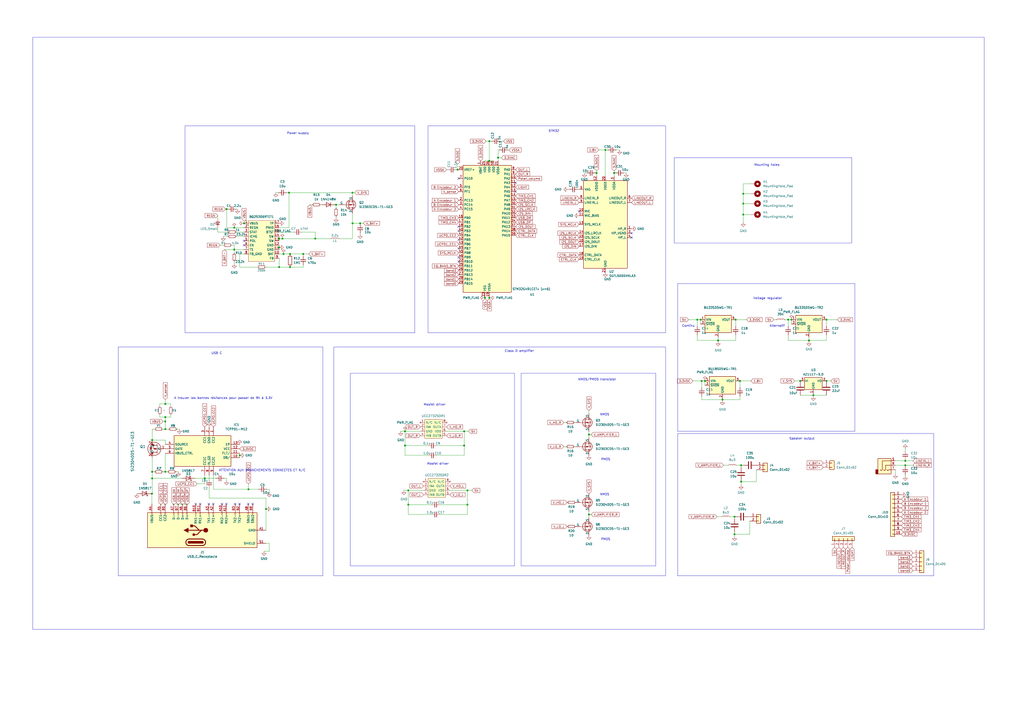
<source format=kicad_sch>
(kicad_sch (version 20230121) (generator eeschema)
  (paper "A2")
  (lib_symbols
    (symbol "Audio:SGTL5000XNLA3"
      (property "Reference" "U" (at 0 0 0))
      (property "Value" "SGTL5000XNLA3" (at -5.08 -27.94 0))
      (symbol "SGTL5000XNLA3_1_1"
        (pin output line (at 15.24 -2.54 180) (length 2.54) (name "HP_R") (number "1"))
        (pin input line (at -15.24 7.62 0) (length 2.54) (name "MIC") (number "10"))
        (pin input line (at -15.24 5.08 0) (length 2.54) (name "MIC_BIAS") (number "11"))
        (pin power_in line (at -5.08 27.94 270) (length 2.54) (name "VDDIO") (number "12"))
        (pin input line (at -15.24 0 0) (length 2.54) (name "SYS_MCLK") (number "13"))
        (pin input line (at -15.24 -5.08 0) (length 2.54) (name "I2S_LRCLK") (number "14"))
        (pin input line (at -15.24 -7.62 0) (length 2.54) (name "I2S_SCLK") (number "15"))
        (pin output line (at -15.24 -10.16 0) (length 2.54) (name "I2S_DOUT") (number "16"))
        (pin input line (at -15.24 -12.7 0) (length 2.54) (name "I2S_DIN") (number "17"))
        (pin input line (at -15.24 -17.78 0) (length 2.54) (name "CTRL_DATA") (number "18"))
        (pin input line (at -15.24 -20.32 0) (length 2.54) (name "CTRL_CLK") (number "19"))
        (pin power_out line (at 15.24 -5.08 180) (length 2.54) (name "HP_VGND") (number "2"))
        (pin power_in line (at 0 27.94 270) (length 2.54) (name "VDDD") (number "20"))
        (pin power_in line (at 0 -27.94 90) (length 2.54) (name "GND") (number "21"))
        (pin power_in line (at 5.08 27.94 270) (length 2.54) (name "VDDA") (number "3"))
        (pin output line (at 15.24 -7.62 180) (length 2.54) (name "HP_L") (number "4"))
        (pin passive line (at -15.24 20.32 0) (length 2.54) (name "VAG") (number "5"))
        (pin output line (at 15.24 15.24 180) (length 2.54) (name "LINEOUT_R") (number "6"))
        (pin output line (at 15.24 12.7 180) (length 2.54) (name "LINEOUT_L") (number "7"))
        (pin input line (at -15.24 15.24 0) (length 2.54) (name "LINEIN_R") (number "8"))
        (pin input line (at -15.24 12.7 0) (length 2.54) (name "LINEIN_L") (number "9"))
      )
    )
    (symbol "BQ25:BQ25306RTET"
      (property "Reference" "BQ25306RTET1" (at 0 3.81 0))
      (property "Value" "~" (at -8.128 -0.762 0))
      (symbol "BQ25306RTET_1_1"
        (pin power_in line (at -10.16 0 0) (length 2.54) (name "VBUS") (number "1"))
        (pin power_in line (at 10.16 -17.78 180) (length 2.54) (name "BAT") (number "10"))
        (pin power_in line (at 10.16 -15.24 180) (length 2.54) (name "GND") (number "11"))
        (pin power_in line (at 10.16 -12.7 180) (length 2.54) (name "GND") (number "12"))
        (pin power_in line (at 10.16 -10.16 180) (length 2.54) (name "SW") (number "13"))
        (pin power_in line (at 10.16 -7.62 180) (length 2.54) (name "SW") (number "14"))
        (pin power_out line (at 10.16 -5.08 180) (length 2.54) (name "BTST") (number "15"))
        (pin power_out line (at 10.16 -2.54 180) (length 2.54) (name "PMID") (number "16"))
        (pin power_in line (at 10.16 0 180) (length 2.54) (name "TP") (number "17"))
        (pin power_in line (at -10.16 -2.54 0) (length 2.54) (name "REGN") (number "2"))
        (pin output line (at -10.16 -5.08 0) (length 2.54) (name "STAT") (number "3"))
        (pin input line (at -10.16 -7.62 0) (length 2.54) (name "ICHG") (number "4"))
        (pin input line (at -10.16 -10.16 0) (length 2.54) (name "POL") (number "5"))
        (pin input line (at -10.16 -12.7 0) (length 2.54) (name "EN") (number "6"))
        (pin input line (at -10.16 -15.24 0) (length 2.54) (name "TS") (number "7"))
        (pin input line (at -10.16 -17.78 0) (length 2.54) (name "FB_GND") (number "8"))
        (pin input line (at 10.16 -20.32 180) (length 2.54) (name "FB") (number "9"))
      )
    )
    (symbol "Connector:USB_C_Receptacle" (pin_names (offset 1.016))
      (property "Reference" "J" (at -10.16 29.21 0))
      (property "Value" "USB_C_Receptacle" (at 10.16 29.21 0))
      (symbol "USB_C_Receptacle_1_1"
        (pin passive line (at 0 -40.64 90) (length 5.08) (name "GND") (number "A1"))
        (pin bidirectional line (at 15.24 -15.24 180) (length 5.08) (name "RX2-") (number "A10"))
        (pin bidirectional line (at 15.24 -17.78 180) (length 5.08) (name "RX2+") (number "A11"))
        (pin passive line (at 0 -40.64 90) (length 5.08) hide (name "GND") (number "A12"))
        (pin bidirectional line (at 15.24 -10.16 180) (length 5.08) (name "TX1+") (number "A2"))
        (pin bidirectional line (at 15.24 -7.62 180) (length 5.08) (name "TX1-") (number "A3"))
        (pin passive line (at 15.24 25.4 180) (length 5.08) (name "VBUS") (number "A4"))
        (pin bidirectional line (at 15.24 20.32 180) (length 5.08) (name "CC1") (number "A5"))
        (pin bidirectional line (at 15.24 7.62 180) (length 5.08) (name "D+") (number "A6"))
        (pin bidirectional line (at 15.24 12.7 180) (length 5.08) (name "D-") (number "A7"))
        (pin bidirectional line (at 15.24 -30.48 180) (length 5.08) (name "SBU1") (number "A8"))
        (pin passive line (at 15.24 25.4 180) (length 5.08) hide (name "VBUS") (number "A9"))
        (pin passive line (at 0 -40.64 90) (length 5.08) hide (name "GND") (number "B1"))
        (pin bidirectional line (at 15.24 0 180) (length 5.08) (name "RX1-") (number "B10"))
        (pin bidirectional line (at 15.24 -2.54 180) (length 5.08) (name "RX1+") (number "B11"))
        (pin passive line (at 0 -40.64 90) (length 5.08) hide (name "GND") (number "B12"))
        (pin bidirectional line (at 15.24 -25.4 180) (length 5.08) (name "TX2+") (number "B2"))
        (pin bidirectional line (at 15.24 -22.86 180) (length 5.08) (name "TX2-") (number "B3"))
        (pin passive line (at 15.24 25.4 180) (length 5.08) hide (name "VBUS") (number "B4"))
        (pin bidirectional line (at 15.24 17.78 180) (length 5.08) (name "CC2") (number "B5"))
        (pin bidirectional line (at 15.24 5.08 180) (length 5.08) (name "D+") (number "B6"))
        (pin bidirectional line (at 15.24 10.16 180) (length 5.08) (name "D-") (number "B7"))
        (pin bidirectional line (at 15.24 -33.02 180) (length 5.08) (name "SBU2") (number "B8"))
        (pin passive line (at 15.24 25.4 180) (length 5.08) hide (name "VBUS") (number "B9"))
        (pin passive line (at -7.62 -40.64 90) (length 5.08) (name "SHIELD") (number "S1"))
      )
    )
    (symbol "Connector_Audio:AudioJack3"
      (property "Reference" "J" (at 0 8.89 0))
      (property "Value" "AudioJack3" (at 0 6.35 0))
      (symbol "AudioJack3_1_1"
        (pin passive line (at 5.08 0 180) (length 2.54) (name "~") (number "R"))
        (pin passive line (at 5.08 2.54 180) (length 2.54) (name "~") (number "S"))
        (pin passive line (at 5.08 -2.54 180) (length 2.54) (name "~") (number "T"))
      )
    )
    (symbol "Connector_Generic:Conn_01x02" (pin_names (offset 1.016) hide)
      (property "Reference" "J" (at 0 2.54 0))
      (property "Value" "Conn_01x02" (at 0 -5.08 0))
      (symbol "Conn_01x02_1_1"
        (pin passive line (at -5.08 0 0) (length 3.81) (name "Pin_1") (number "1"))
        (pin passive line (at -5.08 -2.54 0) (length 3.81) (name "Pin_2") (number "2"))
      )
    )
    (symbol "Connector_Generic:Conn_01x05" (pin_names (offset 1.016) hide)
      (property "Reference" "J" (at 0 7.62 0))
      (property "Value" "Conn_01x05" (at 0 -7.62 0))
      (symbol "Conn_01x05_1_1"
        (pin passive line (at -5.08 5.08 0) (length 3.81) (name "Pin_1") (number "1"))
        (pin passive line (at -5.08 2.54 0) (length 3.81) (name "Pin_2") (number "2"))
        (pin passive line (at -5.08 0 0) (length 3.81) (name "Pin_3") (number "3"))
        (pin passive line (at -5.08 -2.54 0) (length 3.81) (name "Pin_4") (number "4"))
        (pin passive line (at -5.08 -5.08 0) (length 3.81) (name "Pin_5") (number "5"))
      )
    )
    (symbol "Connector_Generic:Conn_01x10" (pin_names (offset 1.016) hide)
      (property "Reference" "J" (at 0 12.7 0))
      (property "Value" "Conn_01x10" (at 0 -15.24 0))
      (symbol "Conn_01x10_1_1"
        (pin passive line (at -5.08 10.16 0) (length 3.81) (name "Pin_1") (number "1"))
        (pin passive line (at -5.08 -12.7 0) (length 3.81) (name "Pin_10") (number "10"))
        (pin passive line (at -5.08 7.62 0) (length 3.81) (name "Pin_2") (number "2"))
        (pin passive line (at -5.08 5.08 0) (length 3.81) (name "Pin_3") (number "3"))
        (pin passive line (at -5.08 2.54 0) (length 3.81) (name "Pin_4") (number "4"))
        (pin passive line (at -5.08 0 0) (length 3.81) (name "Pin_5") (number "5"))
        (pin passive line (at -5.08 -2.54 0) (length 3.81) (name "Pin_6") (number "6"))
        (pin passive line (at -5.08 -5.08 0) (length 3.81) (name "Pin_7") (number "7"))
        (pin passive line (at -5.08 -7.62 0) (length 3.81) (name "Pin_8") (number "8"))
        (pin passive line (at -5.08 -10.16 0) (length 3.81) (name "Pin_9") (number "9"))
      )
    )
    (symbol "Device:C" (pin_numbers hide) (pin_names (offset 0.254))
      (property "Reference" "C" (at 0.635 2.54 0))
      (property "Value" "C" (at 0.635 -2.54 0))
      (symbol "C_1_1"
        (pin passive line (at 0 3.81 270) (length 2.794) (name "~") (number "1"))
        (pin passive line (at 0 -3.81 90) (length 2.794) (name "~") (number "2"))
      )
    )
    (symbol "Device:C_Small" (pin_numbers hide) (pin_names (offset 0.254) hide)
      (property "Reference" "C" (at 0.254 1.778 0))
      (property "Value" "C_Small" (at 0.254 -2.032 0))
      (symbol "C_Small_1_1"
        (pin passive line (at 0 2.54 270) (length 2.032) (name "~") (number "1"))
        (pin passive line (at 0 -2.54 90) (length 2.032) (name "~") (number "2"))
      )
    )
    (symbol "Device:LED_Small" (pin_numbers hide) (pin_names (offset 0.254) hide)
      (property "Reference" "D" (at -1.27 3.175 0))
      (property "Value" "LED_Small" (at -4.445 -2.54 0))
      (symbol "LED_Small_1_1"
        (pin passive line (at -2.54 0 0) (length 1.778) (name "K") (number "1"))
        (pin passive line (at 2.54 0 180) (length 1.778) (name "A") (number "2"))
      )
    )
    (symbol "Device:L_Small" (pin_numbers hide) (pin_names (offset 0.254) hide)
      (property "Reference" "L" (at 0.762 1.016 0))
      (property "Value" "L_Small" (at 0.762 -1.016 0))
      (symbol "L_Small_1_1"
        (pin passive line (at 0 2.54 270) (length 0.508) (name "~") (number "1"))
        (pin passive line (at 0 -2.54 90) (length 0.508) (name "~") (number "2"))
      )
    )
    (symbol "Device:R" (pin_numbers hide) (pin_names (offset 0))
      (property "Reference" "R" (at 2.032 0 90))
      (property "Value" "R" (at 0 0 90))
      (symbol "R_1_1"
        (pin passive line (at 0 3.81 270) (length 1.27) (name "~") (number "1"))
        (pin passive line (at 0 -3.81 90) (length 1.27) (name "~") (number "2"))
      )
    )
    (symbol "Device:R_Small" (pin_numbers hide) (pin_names (offset 0.254) hide)
      (property "Reference" "R" (at 0.762 0.508 0))
      (property "Value" "R_Small" (at 0.762 -1.016 0))
      (symbol "R_Small_1_1"
        (pin passive line (at 0 2.54 270) (length 0.762) (name "~") (number "1"))
        (pin passive line (at 0 -2.54 90) (length 0.762) (name "~") (number "2"))
      )
    )
    (symbol "Diode:1N4148W" (pin_numbers hide) (pin_names hide)
      (property "Reference" "D" (at 0 2.54 0))
      (property "Value" "1N4148W" (at 0 -2.54 0))
      (symbol "1N4148W_1_1"
        (pin passive line (at -3.81 0 0) (length 2.54) (name "K") (number "1"))
        (pin passive line (at 3.81 0 180) (length 2.54) (name "A") (number "2"))
      )
    )
    (symbol "Diode:1N5817" (pin_numbers hide) (pin_names (offset 1.016) hide)
      (property "Reference" "D" (at 0 2.54 0))
      (property "Value" "1N5817" (at 0 -2.54 0))
      (symbol "1N5817_1_1"
        (pin passive line (at -3.81 0 0) (length 2.54) (name "K") (number "1"))
        (pin passive line (at 3.81 0 180) (length 2.54) (name "A") (number "2"))
      )
    )
    (symbol "MCU_ST_STM32G4:STM32G491CETx"
      (property "Reference" "U" (at -12.7 39.37 0))
      (property "Value" "STM32G491CETx" (at 10.16 39.37 0))
      (symbol "STM32G491CETx_1_1"
        (pin power_in line (at -2.54 40.64 270) (length 2.54) (name "VBAT") (number "1"))
        (pin bidirectional line (at 17.78 30.48 180) (length 2.54) (name "PA2") (number "10"))
        (pin bidirectional line (at 17.78 27.94 180) (length 2.54) (name "PA3") (number "11"))
        (pin bidirectional line (at 17.78 25.4 180) (length 2.54) (name "PA4") (number "12"))
        (pin bidirectional line (at 17.78 22.86 180) (length 2.54) (name "PA5") (number "13"))
        (pin bidirectional line (at 17.78 20.32 180) (length 2.54) (name "PA6") (number "14"))
        (pin bidirectional line (at 17.78 17.78 180) (length 2.54) (name "PA7") (number "15"))
        (pin bidirectional line (at -15.24 7.62 0) (length 2.54) (name "PB0") (number "16"))
        (pin bidirectional line (at -15.24 5.08 0) (length 2.54) (name "PB1") (number "17"))
        (pin bidirectional line (at -15.24 2.54 0) (length 2.54) (name "PB2") (number "18"))
        (pin power_in line (at 2.54 -38.1 90) (length 2.54) (name "VSSA") (number "19"))
        (pin bidirectional line (at -15.24 17.78 0) (length 2.54) (name "PC13") (number "2"))
        (pin input line (at -15.24 35.56 0) (length 2.54) (name "VREF+") (number "20"))
        (pin power_in line (at 7.62 40.64 270) (length 2.54) (name "VDDA") (number "21"))
        (pin bidirectional line (at -15.24 -17.78 0) (length 2.54) (name "PB10") (number "22"))
        (pin power_in line (at 0 -38.1 90) (length 2.54) (name "VSS") (number "23"))
        (pin power_in line (at 0 40.64 270) (length 2.54) (name "VDD") (number "24"))
        (pin bidirectional line (at -15.24 -20.32 0) (length 2.54) (name "PB11") (number "25"))
        (pin bidirectional line (at -15.24 -22.86 0) (length 2.54) (name "PB12") (number "26"))
        (pin bidirectional line (at -15.24 -25.4 0) (length 2.54) (name "PB13") (number "27"))
        (pin bidirectional line (at -15.24 -27.94 0) (length 2.54) (name "PB14") (number "28"))
        (pin bidirectional line (at -15.24 -30.48 0) (length 2.54) (name "PB15") (number "29"))
        (pin bidirectional line (at -15.24 15.24 0) (length 2.54) (name "PC14") (number "3"))
        (pin bidirectional line (at 17.78 15.24 180) (length 2.54) (name "PA8") (number "30"))
        (pin bidirectional line (at 17.78 12.7 180) (length 2.54) (name "PA9") (number "31"))
        (pin bidirectional line (at 17.78 10.16 180) (length 2.54) (name "PA10") (number "32"))
        (pin bidirectional line (at 17.78 7.62 180) (length 2.54) (name "PA11") (number "33"))
        (pin bidirectional line (at 17.78 5.08 180) (length 2.54) (name "PA12") (number "34"))
        (pin passive line (at 0 -38.1 90) (length 2.54) hide (name "VSS") (number "35"))
        (pin power_in line (at 2.54 40.64 270) (length 2.54) (name "VDD") (number "36"))
        (pin bidirectional line (at 17.78 2.54 180) (length 2.54) (name "PA13") (number "37"))
        (pin bidirectional line (at 17.78 0 180) (length 2.54) (name "PA14") (number "38"))
        (pin bidirectional line (at 17.78 -2.54 180) (length 2.54) (name "PA15") (number "39"))
        (pin bidirectional line (at -15.24 12.7 0) (length 2.54) (name "PC15") (number "4"))
        (pin bidirectional line (at -15.24 0 0) (length 2.54) (name "PB3") (number "40"))
        (pin bidirectional line (at -15.24 -2.54 0) (length 2.54) (name "PB4") (number "41"))
        (pin bidirectional line (at -15.24 -5.08 0) (length 2.54) (name "PB5") (number "42"))
        (pin bidirectional line (at -15.24 -7.62 0) (length 2.54) (name "PB6") (number "43"))
        (pin bidirectional line (at -15.24 -10.16 0) (length 2.54) (name "PB7") (number "44"))
        (pin bidirectional line (at -15.24 -12.7 0) (length 2.54) (name "PB8") (number "45"))
        (pin bidirectional line (at -15.24 -15.24 0) (length 2.54) (name "PB9") (number "46"))
        (pin passive line (at 0 -38.1 90) (length 2.54) hide (name "VSS") (number "47"))
        (pin power_in line (at 5.08 40.64 270) (length 2.54) (name "VDD") (number "48"))
        (pin bidirectional line (at -15.24 25.4 0) (length 2.54) (name "PF0") (number "5"))
        (pin bidirectional line (at -15.24 22.86 0) (length 2.54) (name "PF1") (number "6"))
        (pin bidirectional line (at -15.24 30.48 0) (length 2.54) (name "PG10") (number "7"))
        (pin bidirectional line (at 17.78 35.56 180) (length 2.54) (name "PA0") (number "8"))
        (pin bidirectional line (at 17.78 33.02 180) (length 2.54) (name "PA1") (number "9"))
      )
    )
    (symbol "Mechanical:MountingHole_Pad" (pin_numbers hide) (pin_names (offset 1.016) hide)
      (property "Reference" "H" (at 0 6.35 0))
      (property "Value" "MountingHole_Pad" (at 0 4.445 0))
      (symbol "MountingHole_Pad_1_1"
        (pin input line (at 0 -2.54 90) (length 2.54) (name "1") (number "1"))
      )
    )
    (symbol "PMOS_1" (pin_numbers hide) (pin_names (offset 0))
      (property "Reference" "Q6" (at 6.35 -1.27 0))
      (property "Value" "SI2303CDS-T1-GE3" (at 6.35 1.27 0))
      (symbol "PMOS_1_1_1"
        (pin passive line (at 2.54 5.08 270) (length 2.54) (name "D") (number "1"))
        (pin passive line (at -5.08 0 0) (length 2.54) (name "G") (number "2"))
        (pin passive line (at 2.54 -5.08 90) (length 2.54) (name "S") (number "3"))
      )
    )
    (symbol "Regulator_Linear:AZ1117-5.0" (pin_names (offset 0.254))
      (property "Reference" "U" (at -3.81 3.175 0))
      (property "Value" "AZ1117-5.0" (at 0 3.175 0))
      (symbol "AZ1117-5.0_1_1"
        (pin power_in line (at 0 -7.62 90) (length 2.54) (name "GND") (number "1"))
        (pin power_out line (at 7.62 0 180) (length 2.54) (name "VO") (number "2"))
        (pin power_in line (at -7.62 0 0) (length 2.54) (name "VI") (number "3"))
      )
    )
    (symbol "Regulator_Linear:MCP1802x-xx02xOT"
      (property "Reference" "U" (at -6.35 6.35 0))
      (property "Value" "MCP1802x-xx02xOT" (at 0 6.35 0))
      (symbol "MCP1802x-xx02xOT_1_1"
        (pin power_in line (at -10.16 2.54 0) (length 2.54) (name "VIN") (number "1"))
        (pin power_in line (at 0 -7.62 90) (length 2.54) (name "GND") (number "2"))
        (pin input line (at -10.16 0 0) (length 2.54) (name "~{SHDN}") (number "3"))
        (pin no_connect line (at 7.62 0 180) (length 2.54) hide (name "NC") (number "4"))
        (pin power_out line (at 10.16 2.54 180) (length 2.54) (name "VOUT") (number "5"))
      )
    )
    (symbol "SI2304DDS:SI2304DDS-T1-GE3" (pin_names (offset 0.254))
      (property "Reference" "Q1" (at 11.43 -1.27 0))
      (property "Value" "SI2304DDS-T1-GE3" (at 19.05 -10.16 90))
      (symbol "SI2304DDS-T1-GE3_1_1"
        (pin passive line (at 0 0 0) (length 2.54) (name "G") (number "1"))
        (pin passive line (at 7.62 -5.08 90) (length 2.54) (name "S") (number "2"))
        (pin passive line (at 7.62 5.08 270) (length 2.54) (name "D") (number "3"))
      )
    )
    (symbol "Simulation_SPICE:NMOS" (pin_numbers hide) (pin_names (offset 0))
      (property "Reference" "Q" (at 5.08 1.27 0))
      (property "Value" "NMOS" (at 5.08 -1.27 0))
      (symbol "NMOS_1_1"
        (pin passive line (at 2.54 5.08 270) (length 2.54) (name "D") (number "1"))
        (pin input line (at -5.08 0 0) (length 2.54) (name "G") (number "2"))
        (pin passive line (at 2.54 -5.08 90) (length 2.54) (name "S") (number "3"))
      )
    )
    (symbol "Simulation_SPICE:PMOS" (pin_numbers hide) (pin_names (offset 0))
      (property "Reference" "Q" (at 5.08 1.27 0))
      (property "Value" "PMOS" (at 5.08 -1.27 0))
      (symbol "PMOS_1_1"
        (pin passive line (at 2.54 5.08 270) (length 2.54) (name "D") (number "1"))
        (pin input line (at -5.08 0 0) (length 2.54) (name "G") (number "2"))
        (pin passive line (at 2.54 -5.08 90) (length 2.54) (name "S") (number "3"))
      )
    )
    (symbol "TCPP01:TCPP01-M12"
      (property "Reference" "IC1" (at -1.27 13.335 90))
      (property "Value" "TCPP01-M12" (at 1.27 13.335 90))
      (symbol "TCPP01-M12_1_1"
        (pin passive line (at 0 0 0) (length 5.08) (name "CC2") (number "1"))
        (pin passive line (at 17.78 15.24 270) (length 5.08) (name "DB/") (number "10"))
        (pin passive line (at 15.24 15.24 270) (length 5.08) (name "FLT/") (number "11"))
        (pin passive line (at 12.7 15.24 270) (length 5.08) (name "VCC") (number "12"))
        (pin passive line (at 10.16 15.24 270) (length 5.08) (name "EP") (number "13"))
        (pin power_in line (at 0 -2.54 0) (length 5.08) (name "GND") (number "2"))
        (pin passive line (at 0 -5.08 0) (length 5.08) (name "CC1") (number "3"))
        (pin passive line (at 10.16 -27.94 90) (length 5.08) (name "SOURCE") (number "4"))
        (pin passive line (at 12.7 -27.94 90) (length 5.08) (name "GATE") (number "5"))
        (pin passive line (at 15.24 -27.94 90) (length 5.08) (name "VBUS_CTRL") (number "6"))
        (pin passive line (at 27.94 -5.08 180) (length 5.08) (name "CC1C") (number "7"))
        (pin passive line (at 27.94 -2.54 180) (length 5.08) (name "IN_GD") (number "8"))
        (pin passive line (at 27.94 0 180) (length 5.08) (name "CC2C") (number "9"))
      )
    )
    (symbol "UCC27325DR:UCC27325DR"
      (property "Reference" "UCC27325DR" (at 0 5.588 0))
      (symbol "UCC27325DR_1_1"
        (pin no_connect line (at -7.62 2.54 0) (length 2.54) (name "N/C") (number "1"))
        (pin input line (at -7.62 0 0) (length 2.54) (name "INA") (number "2"))
        (pin power_in line (at -7.62 -2.54 0) (length 2.54) (name "GND") (number "3"))
        (pin input line (at -7.62 -5.08 0) (length 2.54) (name "INB") (number "4"))
        (pin output line (at 7.62 -5.08 180) (length 2.54) (name "OUTB") (number "5"))
        (pin power_in line (at 7.62 -2.54 180) (length 2.54) (name "VDD") (number "6"))
        (pin output line (at 7.62 0 180) (length 2.54) (name "OUTA") (number "7"))
        (pin no_connect line (at 7.62 2.54 180) (length 2.54) (name "N/C") (number "8"))
      )
    )
    (symbol "power:GND" (power) (pin_names (offset 0))
      (property "Value" "GND" (at 0 -3.81 0))
      (symbol "GND_1_1"
        (pin power_in line (at 0 0 270) (length 0) hide (name "GND") (number "1"))
      )
    )
    (symbol "power:PWR_FLAG" (power) (pin_numbers hide) (pin_names (offset 0) hide)
      (property "Value" "PWR_FLAG" (at 0 3.81 0))
      (symbol "PWR_FLAG_0_0"
        (pin power_out line (at 0 0 90) (length 0) (name "pwr") (number "1"))
      )
    )
  )
  (junction (at 469.265 197.485))
  (junction (at 161.925 143.51))
  (junction (at 95.885 241.935))
  (junction (at 88.265 277.495))
  (junction (at 406.4 185.42))
  (junction (at 416.56 197.485))
  (junction (at 431.165 124.46))
  (junction (at 471.805 229.235))
  (junction (at 281.305 172.72))
  (junction (at 161.925 154.94))
  (junction (at 479.425 220.98))
  (junction (at 164.465 147.32))
  (junction (at 479.425 185.42))
  (junction (at 271.145 284.48))
  (junction (at 236.855 292.735))
  (junction (at 95.885 234.315))
  (junction (at 118.745 277.495))
  (junction (at 431.165 112.395))
  (junction (at 407.035 220.98))
  (junction (at 88.265 273.685))
  (junction (at 88.265 255.27))
  (junction (at 269.24 250.19))
  (junction (at 269.24 258.445))
  (junction (at 429.26 220.98))
  (junction (at 408.94 220.98))
  (junction (at 168.275 154.94))
  (junction (at 167.64 111.76))
  (junction (at 135.89 144.78))
  (junction (at 144.145 283.845))
  (junction (at 271.145 292.735))
  (junction (at 459.105 185.42))
  (junction (at 141.605 129.54))
  (junction (at 161.925 138.43))
  (junction (at 236.855 284.48))
  (junction (at 464.185 220.98))
  (junction (at 457.2 185.42))
  (junction (at 283.845 93.345))
  (junction (at 95.885 248.92))
  (junction (at 288.925 91.44))
  (junction (at 175.895 147.32))
  (junction (at 95.885 244.475))
  (junction (at 95.885 273.685))
  (junction (at 283.845 81.915))
  (junction (at 426.085 309.88))
  (junction (at 431.165 118.11))
  (junction (at 426.085 299.72))
  (junction (at 194.945 118.745))
  (junction (at 429.895 269.875))
  (junction (at 234.95 250.19))
  (junction (at 429.895 279.4))
  (junction (at 234.95 258.445))
  (junction (at 88.138 286.385))
  (junction (at 525.145 267.335))
  (junction (at 341.63 252.095))
  (junction (at 404.495 185.42))
  (junction (at 208.915 129.54))
  (junction (at 139.065 264.16))
  (junction (at 346.075 100.33))
  (junction (at 182.88 138.43))
  (junction (at 351.155 86.995))
  (junction (at 283.845 172.72))
  (junction (at 168.275 147.32))
  (junction (at 426.72 185.42))
  (junction (at 131.445 121.285))
  (junction (at 525.145 269.875))
  (junction (at 154.305 295.275))
  (junction (at 356.235 100.33))
  (junction (at 204.47 129.54))
  (junction (at 265.43 98.425))
  (junction (at 135.89 132.08))
  (junction (at 341.63 298.45))
  (junction (at 163.83 138.43))
  (junction (at 419.1 231.775))
  (junction (at 204.47 111.76))
  (no_connect (at 366.395 137.795))
  (no_connect (at 266.065 151.765))
  (no_connect (at 131.318 292.354))
  (no_connect (at 266.065 149.225))
  (no_connect (at 113.538 292.354))
  (no_connect (at 146.558 292.354))
  (no_connect (at 266.065 103.505))
  (no_connect (at 266.065 144.145))
  (no_connect (at 266.065 131.445))
  (no_connect (at 123.698 292.354))
  (no_connect (at 121.158 292.354))
  (no_connect (at 138.938 292.354))
  (no_connect (at 366.395 135.255))
  (no_connect (at 116.078 292.354))
  (no_connect (at 299.085 111.125))
  (no_connect (at 335.915 122.555))
  (no_connect (at 141.605 142.24))
  (no_connect (at 144.018 292.354))
  (no_connect (at 266.065 133.985))
  (no_connect (at 141.605 139.7))
  (no_connect (at 136.398 292.354))
  (no_connect (at 266.065 139.065))
  (no_connect (at 128.778 292.354))
  (no_connect (at 299.085 106.045))
  (wire (pts (xy 161.925 154.94) (xy 168.275 154.94)))
  (wire (pts (xy 341.63 296.545) (xy 341.63 298.45)))
  (wire (pts (xy 107.188 292.354) (xy 107.188 292.735)))
  (wire (pts (xy 168.275 154.94) (xy 175.895 154.94)))
  (wire (pts (xy 130.175 277.495) (xy 131.445 277.495)))
  (wire (pts (xy 175.895 153.67) (xy 175.895 154.94)))
  (wire (pts (xy 134.62 142.24) (xy 135.89 142.24)))
  (wire (pts (xy 163.83 138.43) (xy 182.88 138.43)))
  (wire (pts (xy 92.71 240.665) (xy 92.71 241.935)))
  (wire (pts (xy 457.2 185.42) (xy 459.105 185.42)))
  (wire (pts (xy 236.855 292.735) (xy 236.855 298.45)))
  (wire (pts (xy 407.035 220.98) (xy 407.035 224.79)))
  (wire (pts (xy 103.378 292.354) (xy 102.616 292.354)))
  (wire (pts (xy 154.305 154.94) (xy 161.925 154.94)))
  (wire (pts (xy 427.355 269.875) (xy 429.895 269.875)))
  (wire (pts (xy 129.54 137.16) (xy 132.08 137.16)))
  (wire (pts (xy 121.285 288.925) (xy 154.305 288.925)))
  (wire (pts (xy 429.895 279.4) (xy 429.895 278.765)))
  (wire (pts (xy 469.265 197.485) (xy 479.425 197.485)))
  (wire (pts (xy 406.4 185.42) (xy 406.4 187.96)))
  (wire (pts (xy 95.504 292.354) (xy 95.504 292.735)))
  (wire (pts (xy 194.945 125.73) (xy 194.945 126.365)))
  (wire (pts (xy 154.178 307.34) (xy 154.178 307.594)))
  (wire (pts (xy 118.745 275.59) (xy 118.745 277.495)))
  (wire (pts (xy 426.72 194.31) (xy 426.72 197.485)))
  (wire (pts (xy 525.145 266.7) (xy 525.145 267.335)))
  (wire (pts (xy 259.08 250.19) (xy 269.24 250.19)))
  (wire (pts (xy 204.47 129.54) (xy 208.915 129.54)))
  (wire (pts (xy 88.138 286.385) (xy 88.265 286.385)))
  (wire (pts (xy 407.035 231.775) (xy 419.1 231.775)))
  (wire (pts (xy 232.41 250.19) (xy 234.95 250.19)))
  (wire (pts (xy 130.81 121.285) (xy 131.445 121.285)))
  (wire (pts (xy 175.895 147.32) (xy 179.07 147.32)))
  (wire (pts (xy 288.925 91.44) (xy 288.925 93.345)))
  (wire (pts (xy 99.06 240.665) (xy 99.06 241.935)))
  (wire (pts (xy 401.955 220.98) (xy 407.035 220.98)))
  (wire (pts (xy 89.535 273.685) (xy 88.265 273.685)))
  (wire (pts (xy 99.06 234.315) (xy 99.06 235.585)))
  (wire (pts (xy 255.27 292.735) (xy 271.145 292.735)))
  (wire (pts (xy 94.615 248.92) (xy 95.885 248.92)))
  (wire (pts (xy 132.08 121.285) (xy 131.445 121.285)))
  (wire (pts (xy 95.885 257.81) (xy 95.885 255.27)))
  (wire (pts (xy 416.56 197.485) (xy 416.56 198.12)))
  (wire (pts (xy 114.3 280.67) (xy 118.745 280.67)))
  (wire (pts (xy 164.465 147.32) (xy 168.275 147.32)))
  (wire (pts (xy 457.2 197.485) (xy 469.265 197.485)))
  (wire (pts (xy 100.838 292.354) (xy 100.33 292.354)))
  (wire (pts (xy 88.265 248.92) (xy 89.535 248.92)))
  (wire (pts (xy 194.945 118.745) (xy 194.945 120.65)))
  (wire (pts (xy 455.295 185.42) (xy 457.2 185.42)))
  (wire (pts (xy 294.64 86.995) (xy 295.275 86.995)))
  (wire (pts (xy 525.145 269.875) (xy 519.43 269.875)))
  (wire (pts (xy 126.365 132.08) (xy 126.365 134.62)))
  (wire (pts (xy 431.165 118.11) (xy 435.61 118.11)))
  (wire (pts (xy 95.885 262.89) (xy 95.885 273.685)))
  (wire (pts (xy 88.265 265.43) (xy 88.265 273.685)))
  (wire (pts (xy 464.185 220.98) (xy 464.185 221.615)))
  (wire (pts (xy 519.43 267.335) (xy 525.145 267.335)))
  (wire (pts (xy 479.425 185.42) (xy 479.425 189.23)))
  (wire (pts (xy 431.165 124.46) (xy 431.165 128.905)))
  (wire (pts (xy 168.275 147.32) (xy 175.895 147.32)))
  (wire (pts (xy 104.902 292.354) (xy 104.902 292.735)))
  (wire (pts (xy 95.885 234.315) (xy 99.06 234.315)))
  (wire (pts (xy 285.115 81.915) (xy 283.845 81.915)))
  (wire (pts (xy 479.425 220.98) (xy 481.965 220.98)))
  (wire (pts (xy 479.425 194.31) (xy 479.425 197.485)))
  (wire (pts (xy 102.87 248.92) (xy 104.14 248.92)))
  (wire (pts (xy 471.805 228.6) (xy 471.805 229.235)))
  (wire (pts (xy 161.925 142.24) (xy 161.925 143.51)))
  (wire (pts (xy 404.495 185.42) (xy 404.495 189.23)))
  (wire (pts (xy 404.495 185.42) (xy 406.4 185.42)))
  (wire (pts (xy 234.95 250.19) (xy 234.95 258.445)))
  (wire (pts (xy 194.945 118.745) (xy 196.85 118.745)))
  (wire (pts (xy 88.265 273.685) (xy 88.265 277.495)))
  (wire (pts (xy 255.27 298.45) (xy 271.145 298.45)))
  (wire (pts (xy 79.375 286.385) (xy 80.01 286.385)))
  (wire (pts (xy 429.26 220.98) (xy 435.61 220.98)))
  (wire (pts (xy 259.08 98.425) (xy 259.715 98.425)))
  (wire (pts (xy 204.47 111.76) (xy 204.47 113.665)))
  (wire (pts (xy 459.105 185.42) (xy 459.105 187.96)))
  (wire (pts (xy 95.885 255.27) (xy 88.265 255.27)))
  (wire (pts (xy 161.925 154.94) (xy 161.925 149.86)))
  (wire (pts (xy 204.47 123.825) (xy 204.47 129.54)))
  (wire (pts (xy 419.1 231.14) (xy 419.1 231.775)))
  (wire (pts (xy 166.37 111.76) (xy 167.64 111.76)))
  (wire (pts (xy 341.63 298.45) (xy 341.63 300.355)))
  (wire (pts (xy 186.055 118.745) (xy 186.69 118.745)))
  (wire (pts (xy 154.305 288.925) (xy 154.305 295.275)))
  (wire (pts (xy 93.218 292.735) (xy 93.345 292.735)))
  (wire (pts (xy 126.365 125.095) (xy 126.365 127)))
  (wire (pts (xy 281.305 172.085) (xy 281.305 172.72)))
  (wire (pts (xy 429.895 269.875) (xy 429.895 271.145)))
  (wire (pts (xy 123.825 283.845) (xy 144.145 283.845)))
  (wire (pts (xy 283.845 93.345) (xy 286.385 93.345)))
  (wire (pts (xy 234.95 264.16) (xy 248.285 264.16)))
  (wire (pts (xy 419.1 232.41) (xy 419.1 231.775)))
  (wire (pts (xy 341.63 238.125) (xy 341.63 240.03)))
  (wire (pts (xy 102.235 273.685) (xy 103.505 273.685)))
  (wire (pts (xy 346.075 100.33) (xy 346.075 102.235)))
  (wire (pts (xy 154.94 283.845) (xy 156.21 283.845)))
  (wire (pts (xy 429.895 279.4) (xy 429.895 281.305)))
  (wire (pts (xy 92.71 234.315) (xy 95.885 234.315)))
  (wire (pts (xy 104.902 292.735) (xy 106.045 292.735)))
  (wire (pts (xy 469.265 197.485) (xy 469.265 198.12)))
  (wire (pts (xy 416.56 195.58) (xy 416.56 197.485)))
  (wire (pts (xy 95.504 292.735) (xy 95.885 292.735)))
  (wire (pts (xy 479.425 220.98) (xy 479.425 221.615)))
  (wire (pts (xy 404.495 197.485) (xy 416.56 197.485)))
  (wire (pts (xy 461.01 220.98) (xy 464.185 220.98)))
  (wire (pts (xy 419.735 269.875) (xy 422.275 269.875)))
  (wire (pts (xy 234.315 284.48) (xy 236.855 284.48)))
  (wire (pts (xy 269.24 250.19) (xy 269.24 258.445)))
  (wire (pts (xy 271.145 284.48) (xy 273.685 284.48)))
  (wire (pts (xy 416.56 197.485) (xy 426.72 197.485)))
  (wire (pts (xy 135.89 144.78) (xy 135.89 142.24)))
  (wire (pts (xy 95.885 273.685) (xy 97.155 273.685)))
  (wire (pts (xy 339.09 100.33) (xy 340.36 100.33)))
  (wire (pts (xy 102.616 292.354) (xy 102.616 292.735)))
  (wire (pts (xy 419.1 231.775) (xy 429.26 231.775)))
  (wire (pts (xy 135.89 144.78) (xy 135.89 146.685)))
  (wire (pts (xy 156.21 319.786) (xy 153.162 319.786)))
  (wire (pts (xy 265.43 98.425) (xy 266.065 98.425)))
  (wire (pts (xy 429.26 220.98) (xy 429.26 224.79)))
  (wire (pts (xy 161.925 138.43) (xy 163.83 138.43)))
  (wire (pts (xy 131.445 132.08) (xy 135.89 132.08)))
  (wire (pts (xy 135.89 151.765) (xy 135.89 153.035)))
  (wire (pts (xy 121.285 275.59) (xy 121.285 278.13)))
  (wire (pts (xy 100.33 292.735) (xy 100.965 292.735)))
  (wire (pts (xy 125.095 277.495) (xy 118.745 277.495)))
  (wire (pts (xy 345.44 100.33) (xy 346.075 100.33)))
  (wire (pts (xy 356.87 100.33) (xy 356.235 100.33)))
  (wire (pts (xy 92.71 241.935) (xy 95.885 241.935)))
  (wire (pts (xy 107.188 292.735) (xy 108.585 292.735)))
  (wire (pts (xy 283.845 172.72) (xy 283.845 172.085)))
  (wire (pts (xy 281.305 173.355) (xy 281.305 172.72)))
  (wire (pts (xy 341.63 298.45) (xy 342.9 298.45)))
  (wire (pts (xy 271.145 292.735) (xy 271.145 298.45)))
  (wire (pts (xy 281.94 81.915) (xy 283.845 81.915)))
  (wire (pts (xy 154.178 315.214) (xy 156.21 315.214)))
  (wire (pts (xy 347.345 86.995) (xy 351.155 86.995)))
  (wire (pts (xy 327.025 245.11) (xy 328.295 245.11)))
  (wire (pts (xy 329.565 109.855) (xy 330.2 109.855)))
  (wire (pts (xy 156.21 315.214) (xy 156.21 319.786)))
  (wire (pts (xy 426.72 185.42) (xy 426.72 189.23)))
  (wire (pts (xy 423.545 299.72) (xy 426.085 299.72)))
  (wire (pts (xy 182.88 138.43) (xy 191.77 138.43)))
  (wire (pts (xy 415.925 299.72) (xy 418.465 299.72)))
  (wire (pts (xy 407.035 220.98) (xy 408.94 220.98)))
  (wire (pts (xy 253.365 264.16) (xy 269.24 264.16)))
  (wire (pts (xy 130.175 144.78) (xy 135.89 144.78)))
  (wire (pts (xy 290.83 91.44) (xy 288.925 91.44)))
  (wire (pts (xy 327.025 259.08) (xy 328.295 259.08)))
  (wire (pts (xy 363.22 100.33) (xy 361.95 100.33)))
  (wire (pts (xy 333.375 245.11) (xy 334.01 245.11)))
  (wire (pts (xy 95.885 248.92) (xy 97.79 248.92)))
  (wire (pts (xy 88.265 277.495) (xy 105.41 277.495)))
  (wire (pts (xy 426.085 309.88) (xy 434.975 309.88)))
  (wire (pts (xy 92.71 234.315) (xy 92.71 235.585)))
  (wire (pts (xy 356.235 99.06) (xy 356.235 100.33)))
  (wire (pts (xy 341.63 250.19) (xy 341.63 252.095)))
  (wire (pts (xy 108.458 292.354) (xy 107.188 292.354)))
  (wire (pts (xy 167.64 111.76) (xy 204.47 111.76)))
  (wire (pts (xy 135.89 144.78) (xy 141.605 144.78)))
  (wire (pts (xy 426.085 299.72) (xy 426.085 300.99)))
  (wire (pts (xy 292.1 81.915) (xy 290.195 81.915)))
  (wire (pts (xy 208.915 135.255) (xy 208.915 135.89)))
  (wire (pts (xy 408.94 223.52) (xy 408.94 220.98)))
  (wire (pts (xy 288.925 86.995) (xy 289.56 86.995)))
  (wire (pts (xy 102.616 292.735) (xy 103.505 292.735)))
  (wire (pts (xy 448.945 185.42) (xy 450.215 185.42)))
  (wire (pts (xy 426.72 185.42) (xy 433.07 185.42)))
  (wire (pts (xy 471.805 229.235) (xy 471.805 229.87)))
  (wire (pts (xy 426.085 299.72) (xy 426.72 299.72)))
  (wire (pts (xy 105.918 292.354) (xy 104.902 292.354)))
  (wire (pts (xy 434.975 309.88) (xy 434.975 302.26)))
  (wire (pts (xy 431.165 106.68) (xy 435.61 106.68)))
  (wire (pts (xy 288.925 91.44) (xy 288.925 86.995)))
  (wire (pts (xy 161.925 138.43) (xy 161.925 139.7)))
  (wire (pts (xy 137.16 137.16) (xy 141.605 137.16)))
  (wire (pts (xy 234.95 258.445) (xy 234.95 264.16)))
  (wire (pts (xy 236.855 284.48) (xy 245.745 284.48)))
  (wire (pts (xy 194.31 118.745) (xy 194.945 118.745)))
  (wire (pts (xy 431.165 112.395) (xy 435.61 112.395)))
  (wire (pts (xy 123.825 275.59) (xy 123.825 283.845)))
  (wire (pts (xy 131.445 277.495) (xy 131.445 278.765)))
  (wire (pts (xy 529.59 267.335) (xy 525.145 267.335)))
  (wire (pts (xy 429.26 229.87) (xy 429.26 231.775)))
  (wire (pts (xy 236.855 292.735) (xy 250.19 292.735)))
  (wire (pts (xy 196.85 138.43) (xy 204.47 138.43)))
  (wire (pts (xy 139.065 264.16) (xy 139.065 262.89)))
  (wire (pts (xy 265.43 95.25) (xy 265.43 98.425)))
  (wire (pts (xy 139.065 154.94) (xy 149.225 154.94)))
  (wire (pts (xy 94.615 244.475) (xy 95.885 244.475)))
  (wire (pts (xy 333.375 259.08) (xy 334.01 259.08)))
  (wire (pts (xy 156.21 283.845) (xy 156.21 285.75)))
  (wire (pts (xy 132.08 134.62) (xy 126.365 134.62)))
  (wire (pts (xy 529.59 269.875) (xy 525.145 269.875)))
  (wire (pts (xy 208.915 129.54) (xy 208.915 130.175)))
  (wire (pts (xy 281.305 93.345) (xy 283.845 93.345)))
  (wire (pts (xy 352.425 86.995) (xy 351.155 86.995)))
  (wire (pts (xy 135.89 132.08) (xy 141.605 132.08)))
  (wire (pts (xy 429.895 269.875) (xy 431.165 269.875)))
  (wire (pts (xy 431.165 118.11) (xy 431.165 124.46)))
  (wire (pts (xy 144.145 283.845) (xy 144.145 280.67)))
  (wire (pts (xy 139.065 264.16) (xy 139.065 265.43)))
  (wire (pts (xy 204.47 129.54) (xy 204.47 138.43)))
  (wire (pts (xy 431.165 124.46) (xy 435.61 124.46)))
  (wire (pts (xy 341.63 252.095) (xy 342.9 252.095)))
  (wire (pts (xy 88.138 286.385) (xy 88.138 292.354)))
  (wire (pts (xy 87.63 286.385) (xy 88.138 286.385)))
  (wire (pts (xy 525.145 276.225) (xy 525.145 275.59)))
  (wire (pts (xy 93.218 292.354) (xy 93.218 292.735)))
  (wire (pts (xy 234.95 250.19) (xy 243.84 250.19)))
  (wire (pts (xy 154.305 307.34) (xy 154.305 295.275)))
  (wire (pts (xy 260.985 284.48) (xy 271.145 284.48)))
  (wire (pts (xy 175.26 134.62) (xy 182.88 134.62)))
  (wire (pts (xy 469.265 195.58) (xy 469.265 197.485)))
  (wire (pts (xy 431.165 112.395) (xy 431.165 118.11)))
  (wire (pts (xy 175.895 147.32) (xy 175.895 148.59)))
  (wire (pts (xy 264.795 98.425) (xy 265.43 98.425)))
  (wire (pts (xy 179.705 118.745) (xy 180.975 118.745)))
  (wire (pts (xy 149.86 283.845) (xy 144.145 283.845)))
  (wire (pts (xy 139.065 147.32) (xy 139.065 154.94)))
  (wire (pts (xy 160.02 111.76) (xy 161.29 111.76)))
  (wire (pts (xy 88.265 248.92) (xy 88.265 255.27)))
  (wire (pts (xy 404.495 194.31) (xy 404.495 197.485)))
  (wire (pts (xy 464.185 229.235) (xy 471.805 229.235)))
  (wire (pts (xy 154.178 307.34) (xy 154.305 307.34)))
  (wire (pts (xy 182.88 134.62) (xy 182.88 138.43)))
  (wire (pts (xy 457.2 185.42) (xy 457.2 189.23)))
  (wire (pts (xy 100.33 292.354) (xy 100.33 292.735)))
  (wire (pts (xy 118.745 280.67) (xy 118.745 277.495)))
  (wire (pts (xy 95.885 234.315) (xy 95.885 231.775)))
  (wire (pts (xy 141.605 128.27) (xy 141.605 129.54)))
  (wire (pts (xy 161.925 143.51) (xy 161.925 144.78)))
  (wire (pts (xy 121.285 283.21) (xy 121.285 288.925)))
  (wire (pts (xy 271.145 284.48) (xy 271.145 292.735)))
  (wire (pts (xy 94.615 273.685) (xy 95.885 273.685)))
  (wire (pts (xy 137.795 121.285) (xy 137.16 121.285)))
  (wire (pts (xy 519.43 274.955) (xy 519.43 272.415)))
  (wire (pts (xy 208.915 129.54) (xy 210.82 129.54)))
  (wire (pts (xy 269.24 258.445) (xy 269.24 264.16)))
  (wire (pts (xy 161.925 147.32) (xy 164.465 147.32)))
  (wire (pts (xy 525.145 260.35) (xy 525.145 261.62)))
  (wire (pts (xy 426.085 309.88) (xy 426.085 311.15)))
  (wire (pts (xy 127.635 142.24) (xy 129.54 142.24)))
  (wire (pts (xy 351.155 86.995) (xy 351.155 102.235)))
  (wire (pts (xy 139.065 147.32) (xy 141.605 147.32)))
  (wire (pts (xy 426.085 309.88) (xy 426.085 308.61)))
  (wire (pts (xy 525.145 270.51) (xy 525.145 269.875)))
  (wire (pts (xy 407.035 229.87) (xy 407.035 231.775)))
  (wire (pts (xy 95.758 292.354) (xy 95.504 292.354)))
  (wire (pts (xy 95.885 241.935) (xy 99.06 241.935)))
  (wire (pts (xy 479.425 185.42) (xy 485.775 185.42)))
  (wire (pts (xy 457.2 194.31) (xy 457.2 197.485)))
  (wire (pts (xy 253.365 258.445) (xy 269.24 258.445)))
  (wire (pts (xy 236.855 298.45) (xy 250.19 298.45)))
  (wire (pts (xy 335.28 109.855) (xy 335.915 109.855)))
  (wire (pts (xy 161.925 134.62) (xy 170.18 134.62)))
  (wire (pts (xy 434.34 299.72) (xy 434.975 299.72)))
  (wire (pts (xy 95.885 244.475) (xy 95.885 248.92)))
  (wire (pts (xy 204.47 111.76) (xy 205.74 111.76)))
  (wire (pts (xy 283.845 172.72) (xy 283.845 173.355)))
  (wire (pts (xy 161.925 132.08) (xy 167.64 132.08)))
  (wire (pts (xy 234.95 258.445) (xy 248.285 258.445)))
  (wire (pts (xy 161.925 137.16) (xy 161.925 138.43)))
  (wire (pts (xy 113.03 277.495) (xy 118.745 277.495)))
  (wire (pts (xy 167.64 111.76) (xy 167.64 132.08)))
  (wire (pts (xy 95.885 241.935) (xy 95.885 244.475)))
  (wire (pts (xy 356.235 100.33) (xy 356.235 102.235)))
  (wire (pts (xy 236.855 284.48) (xy 236.855 292.735)))
  (wire (pts (xy 283.845 81.915) (xy 283.845 93.345)))
  (wire (pts (xy 341.63 252.095) (xy 341.63 254)))
  (wire (pts (xy 471.805 229.235) (xy 479.425 229.235)))
  (wire (pts (xy 359.41 86.995) (xy 357.505 86.995)))
  (wire (pts (xy 346.075 99.06) (xy 346.075 100.33)))
  (wire (pts (xy 399.415 185.42) (xy 404.495 185.42)))
  (wire (pts (xy 431.165 106.68) (xy 431.165 112.395)))
  (wire (pts (xy 269.24 250.19) (xy 271.78 250.19)))
  (wire (pts (xy 131.445 121.285) (xy 131.445 132.08)))
  (wire (pts (xy 438.785 279.4) (xy 438.785 272.415)))
  (wire (pts (xy 429.895 279.4) (xy 438.785 279.4)))
  (wire (pts (xy 137.16 134.62) (xy 141.605 134.62)))
  (wire (pts (xy 88.265 277.495) (xy 88.265 286.385)))
  (rectangle (start 19.05 21.59) (end 570.865 365.125))
  (rectangle (start 302.26 216.535) (end 380.365 328.295))
  (rectangle (start 68.58 201.295) (end 187.325 334.01))
  (rectangle (start 107.315 73.025) (end 240.665 193.04))
  (rectangle (start 393.065 251.46) (end 541.655 334.01))
  (rectangle (start 203.2 216.535) (end 298.45 328.295))
  (rectangle (start 391.16 91.44) (end 494.03 140.97))
  (rectangle (start 248.285 73.025) (end 386.08 193.04))
  (rectangle (start 393.065 164.465) (end 495.935 250.19))
  (rectangle (start 193.675 201.295) (end 386.08 334.01))
  (text "Speaker output\n" (at 457.835 255.27 0) (effects (font (size 1.27 1.27)) (justify left bottom)))
  (text "A trouver les bonnes résitances pour passer de 9V à 3.3V" (at 100.965 231.775 0) (effects (font (size 1.27 1.27)) (justify left bottom)))
  (text "PMOS" (at 348.615 313.69 0) (effects (font (size 1.27 1.27)) (justify left bottom)))
  (text "NMOS\n" (at 347.98 241.3 0) (effects (font (size 1.27 1.27)) (justify left bottom)))
  (text "ATTENTION AUX BRANCHEMENTS CONNECTES ET N/C\n" (at 127 273.685 0) (effects (font (size 1.27 1.27)) (justify left bottom)))
  (text "NMOS/PMOS transistor\n" (at 335.28 220.98 0) (effects (font (size 1.27 1.27)) (justify left bottom)))
  (text "Continu\n" (at 395.605 189.865 0) (effects (font (size 1.27 1.27)) (justify left bottom)))
  (text "Mounting holes" (at 437.515 96.52 0) (effects (font (size 1.27 1.27)) (justify left bottom)))
  (text "Voltage regulator\n\n" (at 436.88 175.895 0) (effects (font (size 1.27 1.27)) (justify left bottom)))
  (text "USB C\n" (at 122.555 205.74 0) (effects (font (size 1.27 1.27)) (justify left bottom)))
  (text "Alternatif\n" (at 446.405 189.865 0) (effects (font (size 1.27 1.27)) (justify left bottom)))
  (text "Mosfet driver\n" (at 245.745 235.585 0) (effects (font (size 1.27 1.27)) (justify left bottom)))
  (text "PMOS" (at 348.615 267.335 0) (effects (font (size 1.27 1.27)) (justify left bottom)))
  (text "NMOS\n" (at 347.98 287.655 0) (effects (font (size 1.27 1.27)) (justify left bottom)))
  (text "STM32\n" (at 318.135 76.835 0) (effects (font (size 1.27 1.27)) (justify left bottom)))
  (text "Mosfet driver\n" (at 247.65 269.875 0) (effects (font (size 1.27 1.27)) (justify left bottom)))
  (text "Class D amplifier\n" (at 292.735 204.47 0) (effects (font (size 1.27 1.27)) (justify left bottom)))
  (text "Power supply\n" (at 166.37 78.105 0) (effects (font (size 1.27 1.27)) (justify left bottom)))
  (global_label "I2S_DIN" (shape input) (at 335.915 142.875 180) (property "Intersheetrefs" "${INTERSHEET_REFS}" (effects hide)))
  (global_label "UCPD_CC2" (shape input) (at 266.065 136.525 180) (property "Intersheetrefs" "${INTERSHEET_REFS}" (effects hide)))
  (global_label "LINEIN_R" (shape input) (at 335.915 114.935 180) (property "Intersheetrefs" "${INTERSHEET_REFS}" (effects hide)))
  (global_label "TIM3_CH4" (shape input) (at 266.065 128.905 180) (property "Intersheetrefs" "${INTERSHEET_REFS}" (effects hide)))
  (global_label "LINEOUT_L" (shape input) (at 486.664 317.5 270) (property "Intersheetrefs" "${INTERSHEET_REFS}" (effects hide)))
  (global_label "V_SYS" (shape input) (at 341.63 286.385 90) (property "Intersheetrefs" "${INTERSHEET_REFS}" (effects hide)))
  (global_label "USB_DM" (shape input) (at 100.965 292.735 90) (property "Intersheetrefs" "${INTERSHEET_REFS}" (effects hide)))
  (global_label "5V" (shape input) (at 271.78 250.19 0) (property "Intersheetrefs" "${INTERSHEET_REFS}" (effects hide)))
  (global_label "V_BAT+" (shape input) (at 179.07 147.32 0) (property "Intersheetrefs" "${INTERSHEET_REFS}" (effects hide)))
  (global_label "LINEIN_L" (shape input) (at 335.915 117.475 180) (property "Intersheetrefs" "${INTERSHEET_REFS}" (effects hide)))
  (global_label "LINEOUT_L" (shape input) (at 366.395 117.475 0) (property "Intersheetrefs" "${INTERSHEET_REFS}" (effects hide)))
  (global_label "TIM3_CH2" (shape input) (at 522.859 302.26 0) (property "Intersheetrefs" "${INTERSHEET_REFS}" (effects hide)))
  (global_label "V_sense" (shape input) (at 266.065 111.125 180) (property "Intersheetrefs" "${INTERSHEET_REFS}" (effects hide)))
  (global_label "REGN" (shape input) (at 126.365 125.095 180) (property "Intersheetrefs" "${INTERSHEET_REFS}" (effects hide)))
  (global_label "I2S_LRCLK" (shape input) (at 299.085 121.285 0) (property "Intersheetrefs" "${INTERSHEET_REFS}" (effects hide)))
  (global_label "VBUS" (shape input) (at 141.605 128.27 90) (property "Intersheetrefs" "${INTERSHEET_REFS}" (effects hide)))
  (global_label "V_AMPLIFIER_L" (shape input) (at 342.9 252.095 0) (property "Intersheetrefs" "${INTERSHEET_REFS}" (effects hide)))
  (global_label "band1" (shape input) (at 266.065 161.925 180) (property "Intersheetrefs" "${INTERSHEET_REFS}" (effects hide)))
  (global_label "3.3VDC" (shape input) (at 139.065 260.35 0) (property "Intersheetrefs" "${INTERSHEET_REFS}" (effects hide)))
  (global_label "TIM3_CH4" (shape input) (at 522.859 307.34 0) (property "Intersheetrefs" "${INTERSHEET_REFS}" (effects hide)))
  (global_label "A Encodeur 1" (shape input) (at 266.065 116.205 180) (property "Intersheetrefs" "${INTERSHEET_REFS}" (effects hide)))
  (global_label "3.3VDC" (shape input) (at 278.765 93.345 90) (property "Intersheetrefs" "${INTERSHEET_REFS}" (effects hide)))
  (global_label "3.3VDC" (shape input) (at 433.07 185.42 0) (property "Intersheetrefs" "${INTERSHEET_REFS}" (effects hide)))
  (global_label "UCPD1_CC1" (shape input) (at 266.065 141.605 180) (property "Intersheetrefs" "${INTERSHEET_REFS}" (effects hide)))
  (global_label "VSS" (shape input) (at 292.1 81.915 0) (property "Intersheetrefs" "${INTERSHEET_REFS}" (effects hide)))
  (global_label "3.3VDC" (shape input) (at 346.075 99.06 90) (property "Intersheetrefs" "${INTERSHEET_REFS}" (effects hide)))
  (global_label "band2" (shape input) (at 266.065 159.385 180) (property "Intersheetrefs" "${INTERSHEET_REFS}" (effects hide)))
  (global_label "VBUS" (shape input) (at 94.615 244.475 180) (property "Intersheetrefs" "${INTERSHEET_REFS}" (effects hide)))
  (global_label "3.3VAC" (shape input) (at 356.235 99.06 90) (property "Intersheetrefs" "${INTERSHEET_REFS}" (effects hide)))
  (global_label "V_LO_R" (shape input) (at 327.025 259.08 180) (property "Intersheetrefs" "${INTERSHEET_REFS}" (effects hide)))
  (global_label "V_HO_R" (shape input) (at 327.025 245.11 180) (property "Intersheetrefs" "${INTERSHEET_REFS}" (effects hide)))
  (global_label "SYS_MCLK" (shape input) (at 335.915 130.175 180) (property "Intersheetrefs" "${INTERSHEET_REFS}" (effects hide)))
  (global_label "UCPD_CC2" (shape input) (at 144.145 280.67 90) (property "Intersheetrefs" "${INTERSHEET_REFS}" (effects hide)))
  (global_label "V_AMPLIFIER_L" (shape input) (at 419.735 269.875 180) (property "Intersheetrefs" "${INTERSHEET_REFS}" (effects hide)))
  (global_label "1.8V" (shape input) (at 435.61 220.98 0) (property "Intersheetrefs" "${INTERSHEET_REFS}" (effects hide)))
  (global_label "V_AMPLIFIER_R" (shape input) (at 415.925 299.72 180) (property "Intersheetrefs" "${INTERSHEET_REFS}" (effects hide)))
  (global_label "TIM3_CH3" (shape input) (at 266.065 126.365 180) (property "Intersheetrefs" "${INTERSHEET_REFS}" (effects hide)))
  (global_label "LINEOUT_R" (shape input) (at 366.395 114.935 0) (property "Intersheetrefs" "${INTERSHEET_REFS}" (effects hide)))
  (global_label "I2S_SCLK" (shape input) (at 335.915 137.795 180) (property "Intersheetrefs" "${INTERSHEET_REFS}" (effects hide)))
  (global_label "REGN" (shape input) (at 127.635 142.24 180) (property "Intersheetrefs" "${INTERSHEET_REFS}" (effects hide)))
  (global_label "V_BAT+" (shape input) (at 477.52 268.605 180) (property "Intersheetrefs" "${INTERSHEET_REFS}" (effects hide)))
  (global_label "5V" (shape input) (at 448.945 185.42 180) (property "Intersheetrefs" "${INTERSHEET_REFS}" (effects hide)))
  (global_label "TIM3_CH3" (shape input) (at 522.859 304.8 0) (property "Intersheetrefs" "${INTERSHEET_REFS}" (effects hide)))
  (global_label "V_LO_L" (shape input) (at 328.93 305.435 180) (property "Intersheetrefs" "${INTERSHEET_REFS}" (effects hide)))
  (global_label "V_sense" (shape input) (at 95.885 231.775 90) (property "Intersheetrefs" "${INTERSHEET_REFS}" (effects hide)))
  (global_label "LINEIN_L" (shape input) (at 529.59 267.335 0) (property "Intersheetrefs" "${INTERSHEET_REFS}" (effects hide)))
  (global_label "A Encodeur 2" (shape input) (at 522.859 297.18 0) (property "Intersheetrefs" "${INTERSHEET_REFS}" (effects hide)))
  (global_label "band2" (shape input) (at 529.59 325.882 180) (property "Intersheetrefs" "${INTERSHEET_REFS}" (effects hide)))
  (global_label "band1" (shape input) (at 529.59 328.422 180) (property "Intersheetrefs" "${INTERSHEET_REFS}" (effects hide)))
  (global_label "3.3VDC" (shape input) (at 265.43 95.25 90) (property "Intersheetrefs" "${INTERSHEET_REFS}" (effects hide)))
  (global_label "V_AMPLIFIER_R" (shape input) (at 342.9 298.45 0) (property "Intersheetrefs" "${INTERSHEET_REFS}" (effects hide)))
  (global_label "V_LO_R" (shape input) (at 259.08 252.73 0) (property "Intersheetrefs" "${INTERSHEET_REFS}" (effects hide)))
  (global_label "V_BAT+" (shape input) (at 210.82 129.54 0) (property "Intersheetrefs" "${INTERSHEET_REFS}" (effects hide)))
  (global_label "USB_DM" (shape input) (at 103.505 292.735 90) (property "Intersheetrefs" "${INTERSHEET_REFS}" (effects hide)))
  (global_label "VSSA" (shape input) (at 295.275 86.995 0) (property "Intersheetrefs" "${INTERSHEET_REFS}" (effects hide)))
  (global_label "5V" (shape input) (at 273.685 284.48 0) (property "Intersheetrefs" "${INTERSHEET_REFS}" (effects hide)))
  (global_label "3.3VAC" (shape input) (at 485.775 185.42 0) (property "Intersheetrefs" "${INTERSHEET_REFS}" (effects hide)))
  (global_label "LIGHT" (shape input) (at 494.284 317.5 270) (property "Intersheetrefs" "${INTERSHEET_REFS}" (effects hide)))
  (global_label "OUT_L" (shape input) (at 299.085 98.425 0) (property "Intersheetrefs" "${INTERSHEET_REFS}" (effects hide)))
  (global_label "A Encodeur 1" (shape input) (at 522.859 289.56 0) (property "Intersheetrefs" "${INTERSHEET_REFS}" (effects hide)))
  (global_label "TIM3_CH1" (shape input) (at 522.859 299.72 0) (property "Intersheetrefs" "${INTERSHEET_REFS}" (effects hide)))
  (global_label "I2S_DOUT" (shape input) (at 299.085 131.445 0) (property "Intersheetrefs" "${INTERSHEET_REFS}" (effects hide)))
  (global_label "3.3VDC" (shape input) (at 281.94 81.915 180) (property "Intersheetrefs" "${INTERSHEET_REFS}" (effects hide)))
  (global_label "band0" (shape input) (at 266.065 164.465 180) (property "Intersheetrefs" "${INTERSHEET_REFS}" (effects hide)))
  (global_label "V_SYS" (shape input) (at 461.01 220.98 180) (property "Intersheetrefs" "${INTERSHEET_REFS}" (effects hide)))
  (global_label "B Encodeur 1" (shape input) (at 522.859 292.1 0) (property "Intersheetrefs" "${INTERSHEET_REFS}" (effects hide)))
  (global_label "REGN" (shape input) (at 130.81 121.285 180) (property "Intersheetrefs" "${INTERSHEET_REFS}" (effects hide)))
  (global_label "EQ_BAND_BTN" (shape input) (at 266.065 154.305 180) (property "Intersheetrefs" "${INTERSHEET_REFS}" (effects hide)))
  (global_label "band3" (shape input) (at 266.065 156.845 180) (property "Intersheetrefs" "${INTERSHEET_REFS}" (effects hide)))
  (global_label "VSSA" (shape input) (at 259.08 98.425 180) (property "Intersheetrefs" "${INTERSHEET_REFS}" (effects hide)))
  (global_label "VSSA" (shape input) (at 283.845 173.355 270) (property "Intersheetrefs" "${INTERSHEET_REFS}" (effects hide)))
  (global_label "V_BAT-" (shape input) (at 130.175 144.78 270) (property "Intersheetrefs" "${INTERSHEET_REFS}" (effects hide)))
  (global_label "LIGHT" (shape input) (at 299.085 108.585 0) (property "Intersheetrefs" "${INTERSHEET_REFS}" (effects hide)))
  (global_label "USB_DP" (shape input) (at 299.085 128.905 0) (property "Intersheetrefs" "${INTERSHEET_REFS}" (effects hide)))
  (global_label "5V" (shape input) (at 481.965 220.98 0) (property "Intersheetrefs" "${INTERSHEET_REFS}" (effects hide)))
  (global_label "V_HO_L" (shape input) (at 328.93 291.465 180) (property "Intersheetrefs" "${INTERSHEET_REFS}" (effects hide)))
  (global_label "I2S_DIN" (shape input) (at 299.085 123.825 0) (property "Intersheetrefs" "${INTERSHEET_REFS}" (effects hide)))
  (global_label "VBUS" (shape input) (at 179.705 118.745 270) (property "Intersheetrefs" "${INTERSHEET_REFS}" (effects hide)))
  (global_label "CTRL_DATA" (shape input) (at 299.085 133.985 0) (property "Intersheetrefs" "${INTERSHEET_REFS}" (effects hide)))
  (global_label "VSS" (shape input) (at 281.305 173.355 270) (property "Intersheetrefs" "${INTERSHEET_REFS}" (effects hide)))
  (global_label "UCPD_CC1" (shape input) (at 114.3 280.67 180) (property "Intersheetrefs" "${INTERSHEET_REFS}" (effects hide)))
  (global_label "CTRL_CLK" (shape input) (at 335.915 150.495 180) (property "Intersheetrefs" "${INTERSHEET_REFS}" (effects hide)))
  (global_label "CTRL_CLK" (shape input) (at 299.085 136.525 0) (property "Intersheetrefs" "${INTERSHEET_REFS}" (effects hide)))
  (global_label "3.3VDC" (shape input) (at 401.955 220.98 180) (property "Intersheetrefs" "${INTERSHEET_REFS}" (effects hide)))
  (global_label "B Encodeur 2" (shape input) (at 266.065 108.585 180) (property "Intersheetrefs" "${INTERSHEET_REFS}" (effects hide)))
  (global_label "Potar_volume" (shape input) (at 299.085 103.505 0) (property "Intersheetrefs" "${INTERSHEET_REFS}" (effects hide)))
  (global_label "UCPD_CC2" (shape input) (at 95.885 292.735 90) (property "Intersheetrefs" "${INTERSHEET_REFS}" (effects hide)))
  (global_label "OUT_L" (shape input) (at 245.745 287.02 180) (property "Intersheetrefs" "${INTERSHEET_REFS}" (effects hide)))
  (global_label "CTRL_DATA" (shape input) (at 335.915 147.955 180) (property "Intersheetrefs" "${INTERSHEET_REFS}" (effects hide)))
  (global_label "TIM3_CH1" (shape input) (at 299.085 113.665 0) (property "Intersheetrefs" "${INTERSHEET_REFS}" (effects hide)))
  (global_label "band3" (shape input) (at 529.59 323.342 180) (property "Intersheetrefs" "${INTERSHEET_REFS}" (effects hide)))
  (global_label "LINEOUT_R" (shape input) (at 489.204 317.5 270) (property "Intersheetrefs" "${INTERSHEET_REFS}" (effects hide)))
  (global_label "USB_DP" (shape input) (at 108.585 292.735 90) (property "Intersheetrefs" "${INTERSHEET_REFS}" (effects hide)))
  (global_label "USB_DP" (shape input) (at 106.045 292.735 90) (property "Intersheetrefs" "${INTERSHEET_REFS}" (effects hide)))
  (global_label "OUT_L" (shape input) (at 245.745 281.94 180) (property "Intersheetrefs" "${INTERSHEET_REFS}" (effects hide)))
  (global_label "1.8V" (shape input) (at 347.345 86.995 180) (property "Intersheetrefs" "${INTERSHEET_REFS}" (effects hide)))
  (global_label "I2S_LRCLK" (shape input) (at 335.915 135.255 180) (property "Intersheetrefs" "${INTERSHEET_REFS}" (effects hide)))
  (global_label "5V" (shape input) (at 484.124 317.5 270) (property "Intersheetrefs" "${INTERSHEET_REFS}" (effects hide)))
  (global_label "B Encodeur 1" (shape input) (at 266.065 118.745 180) (property "Intersheetrefs" "${INTERSHEET_REFS}" (effects hide)))
  (global_label "LINEIN_R" (shape input) (at 529.59 269.875 0) (property "Intersheetrefs" "${INTERSHEET_REFS}" (effects hide)))
  (global_label "V_HO_L" (shape input) (at 260.985 281.94 0) (property "Intersheetrefs" "${INTERSHEET_REFS}" (effects hide)))
  (global_label "I2S_SCLK" (shape input) (at 299.085 118.745 0) (property "Intersheetrefs" "${INTERSHEET_REFS}" (effects hide)))
  (global_label "OUT_R" (shape input) (at 299.085 100.965 0) (property "Intersheetrefs" "${INTERSHEET_REFS}" (effects hide)))
  (global_label "V_SYS" (shape input) (at 341.63 238.125 90) (property "Intersheetrefs" "${INTERSHEET_REFS}" (effects hide)))
  (global_label "USB_DM" (shape input) (at 299.085 126.365 0) (property "Intersheetrefs" "${INTERSHEET_REFS}" (effects hide)))
  (global_label "V_HO_R" (shape input) (at 259.08 247.65 0) (property "Intersheetrefs" "${INTERSHEET_REFS}" (effects hide)))
  (global_label "V_SYS" (shape input) (at 205.74 111.76 0) (property "Intersheetrefs" "${INTERSHEET_REFS}" (effects hide)))
  (global_label "5V" (shape input) (at 399.415 185.42 180) (property "Intersheetrefs" "${INTERSHEET_REFS}" (effects hide)))
  (global_label "SYS_MCLK" (shape input) (at 266.065 146.685 180) (property "Intersheetrefs" "${INTERSHEET_REFS}" (effects hide)))
  (global_label "Potar_volume" (shape input) (at 491.744 317.5 270) (property "Intersheetrefs" "${INTERSHEET_REFS}" (effects hide)))
  (global_label "3.3VAC" (shape input) (at 290.83 91.44 0) (property "Intersheetrefs" "${INTERSHEET_REFS}" (effects hide)))
  (global_label "UCPD_CC1" (shape input) (at 93.345 292.735 90) (property "Intersheetrefs" "${INTERSHEET_REFS}" (effects hide)))
  (global_label "UCPD1_CC1" (shape input) (at 118.745 247.65 90) (property "Intersheetrefs" "${INTERSHEET_REFS}" (effects hide)))
  (global_label "band0" (shape input) (at 529.59 330.962 180) (property "Intersheetrefs" "${INTERSHEET_REFS}" (effects hide)))
  (global_label "OUT_R" (shape input) (at 243.84 252.73 180) (property "Intersheetrefs" "${INTERSHEET_REFS}" (effects hide)))
  (global_label "A Encodeur 2" (shape input) (at 266.065 121.285 180) (property "Intersheetrefs" "${INTERSHEET_REFS}" (effects hide)))
  (global_label "V_LO_L" (shape input) (at 260.985 287.02 0) (property "Intersheetrefs" "${INTERSHEET_REFS}" (effects hide)))
  (global_label "V_BAT-" (shape input) (at 477.52 271.145 180) (property "Intersheetrefs" "${INTERSHEET_REFS}" (effects hide)))
  (global_label "UCPD_CC2" (shape input) (at 123.825 247.65 90) (property "Intersheetrefs" "${INTERSHEET_REFS}" (effects hide)))
  (global_label "3.3VDC" (shape input) (at 522.859 309.88 0) (property "Intersheetrefs" "${INTERSHEET_REFS}" (effects hide)))
  (global_label "EQ_BAND_BTN" (shape input) (at 529.59 320.802 180) (property "Intersheetrefs" "${INTERSHEET_REFS}" (effects hide)))
  (global_label "I2S_DOUT" (shape input) (at 335.915 140.335 180) (property "Intersheetrefs" "${INTERSHEET_REFS}" (effects hide)))
  (global_label "OUT_R" (shape input) (at 243.84 247.65 180) (property "Intersheetrefs" "${INTERSHEET_REFS}" (effects hide)))
  (global_label "B Encodeur 2" (shape input) (at 522.859 294.64 0) (property "Intersheetrefs" "${INTERSHEET_REFS}" (effects hide)))
  (global_label "TIM3_CH2" (shape input) (at 299.085 116.205 0) (property "Intersheetrefs" "${INTERSHEET_REFS}" (effects hide)))
  (symbol (lib_id "power:GND") (at 519.43 274.955 0) (unit 1)
    (property "Reference" "#PWR019" (effects hide))
    (property "Value" "GND" (at 519.43 280.035 0))
  )
  (symbol (lib_id "UCC27325DR:UCC27325DR") (at 251.46 247.65 0) (unit 1)
    (property "Reference" "UCC27325DR1" (at 251.46 241.3 0))
    (property "Value" "~" (at 248.92 247.65 0))
    (property "Footprint" "Package_SO:SOIC-8_3.9x4.9mm_P1.27mm" (effects hide))
  )
  (symbol (lib_id "Device:R_Small") (at 331.47 291.465 90) (unit 1)
    (property "Reference" "R19" (at 331.47 294.005 90))
    (property "Value" "10" (at 331.47 296.545 90))
    (property "Footprint" "Resistor_SMD:R_0603_1608Metric_Pad0.98x0.95mm_HandSolder" (effects hide))
  )
  (symbol (lib_id "power:GND") (at 359.41 86.995 0) (unit 1)
    (property "Reference" "#PWR018" (effects hide))
    (property "Value" "GND" (at 363.22 88.9 0))
  )
  (symbol (lib_id "Simulation_SPICE:PMOS") (at 201.93 118.745 0) (mirror x) (unit 1)
    (property "Reference" "Q2" (at 208.28 117.475 0) (effects (justify left)))
    (property "Value" "SI2303CDS-T1-GE3" (at 208.28 120.015 0) (effects (justify left)))
    (property "Footprint" "Package_TO_SOT_SMD:SOT-23" (effects hide))
    (property "Datasheet" "https://ngspice.sourceforge.io/docs/ngspice-manual.pdf" (effects hide))
    (property "Sim.Device" "PMOS" (effects hide))
    (property "Sim.Type" "VDMOS" (effects hide))
    (property "Sim.Pins" "1=D 2=G 3=S" (effects hide))
  )
  (symbol (lib_id "Device:C_Small") (at 332.74 109.855 90) (unit 1)
    (property "Reference" "C28" (at 330.835 108.585 0) (effects (justify left)))
    (property "Value" "100n" (at 334.645 109.22 0) (effects (justify left)))
    (property "Footprint" "Capacitor_SMD:C_0805_2012Metric_Pad1.18x1.45mm_HandSolder" (effects hide))
  )
  (symbol (lib_id "Device:C_Small") (at 525.145 273.05 0) (unit 1)
    (property "Reference" "C33" (at 528.32 271.7863 0) (effects (justify left)))
    (property "Value" "10u" (at 528.32 274.3263 0) (effects (justify left)))
    (property "Footprint" "Capacitor_SMD:C_0805_2012Metric_Pad1.18x1.45mm_HandSolder" (effects hide))
  )
  (symbol (lib_id "power:PWR_FLAG") (at 281.305 172.72 90) (unit 1)
    (property "Reference" "#FLG06" (effects hide))
    (property "Value" "PWR_FLAG" (at 278.13 172.72 90) (effects (justify left)))
  )
  (symbol (lib_id "Device:C_Small") (at 252.73 292.735 90) (unit 1)
    (property "Reference" "C16" (at 255.905 291.465 90))
    (property "Value" "0.1u" (at 249.555 291.465 90))
    (property "Footprint" "Capacitor_SMD:C_0805_2012Metric_Pad1.18x1.45mm_HandSolder" (effects hide))
  )
  (symbol (lib_id "Device:R_Small") (at 330.835 259.08 90) (unit 1)
    (property "Reference" "R16" (at 330.835 261.62 90))
    (property "Value" "10" (at 330.835 264.16 90))
    (property "Footprint" "Resistor_SMD:R_0603_1608Metric_Pad0.98x0.95mm_HandSolder" (effects hide))
  )
  (symbol (lib_id "Device:C_Small") (at 342.9 100.33 270) (unit 1)
    (property "Reference" "C29" (at 340.995 97.155 90) (effects (justify left)))
    (property "Value" "10u" (at 337.82 99.06 90) (effects (justify left)))
    (property "Footprint" "Capacitor_SMD:C_0805_2012Metric_Pad1.18x1.45mm_HandSolder" (effects hide))
  )
  (symbol (lib_id "power:GND") (at 419.1 232.41 0) (unit 1)
    (property "Reference" "#PWR023" (effects hide))
    (property "Value" "GND" (at 419.1 237.49 0))
  )
  (symbol (lib_id "power:GND") (at 335.915 125.095 270) (unit 1)
    (property "Reference" "#PWR035" (effects hide))
    (property "Value" "GND" (at 332.613 125.095 90) (effects (justify right)))
  )
  (symbol (lib_id "power:GND") (at 156.21 285.75 0) (unit 1)
    (property "Reference" "#PWR013" (effects hide))
    (property "Value" "GND" (at 160.02 287.655 0))
  )
  (symbol (lib_id "Device:R_Small") (at 135.89 149.225 0) (unit 1)
    (property "Reference" "R10" (at 136.525 146.685 0) (effects (justify left)))
    (property "Value" "23.2k" (at 136.525 151.765 0) (effects (justify left)))
    (property "Footprint" "Resistor_SMD:R_0603_1608Metric_Pad0.98x0.95mm_HandSolder" (effects hide))
  )
  (symbol (lib_id "Device:C_Small") (at 404.495 191.77 0) (unit 1)
    (property "Reference" "C14" (at 407.035 190.5063 0) (effects (justify left)))
    (property "Value" "1u" (at 407.035 193.0463 0) (effects (justify left)))
    (property "Footprint" "Capacitor_SMD:C_0805_2012Metric_Pad1.18x1.45mm_HandSolder" (effects hide))
  )
  (symbol (lib_id "power:GND") (at 79.375 286.385 0) (unit 1)
    (property "Reference" "#PWR01" (effects hide))
    (property "Value" "GND" (at 79.375 291.465 0))
  )
  (symbol (lib_id "power:PWR_FLAG") (at 141.605 129.54 90) (unit 1)
    (property "Reference" "#FLG01" (effects hide))
    (property "Value" "PWR_FLAG" (effects hide))
  )
  (symbol (lib_id "power:GND") (at 416.56 198.12 0) (unit 1)
    (property "Reference" "#PWR022" (effects hide))
    (property "Value" "GND" (at 416.56 203.2 0))
  )
  (symbol (lib_id "Device:C_Small") (at 152.4 283.845 90) (unit 1)
    (property "Reference" "C5" (at 153.67 281.305 90) (effects (justify left)))
    (property "Value" "10u" (at 156.21 285.75 90) (effects (justify left)))
    (property "Footprint" "Capacitor_SMD:C_0805_2012Metric_Pad1.18x1.45mm_HandSolder" (effects hide))
  )
  (symbol (lib_id "Device:L_Small") (at 452.755 185.42 90) (unit 1)
    (property "Reference" "L3" (at 452.755 179.705 90))
    (property "Value" "39n" (at 452.755 182.245 90))
    (property "Footprint" "Inductor_SMD:L_0603_1608Metric_Pad1.05x0.95mm_HandSolder" (effects hide))
  )
  (symbol (lib_id "power:PWR_FLAG") (at 283.845 172.72 270) (unit 1)
    (property "Reference" "#FLG09" (effects hide))
    (property "Value" "PWR_FLAG" (at 287.655 172.72 90) (effects (justify left)))
  )
  (symbol (lib_id "power:GND") (at 426.085 311.15 0) (unit 1)
    (property "Reference" "#PWR024" (effects hide))
    (property "Value" "GND" (at 426.085 315.595 0))
  )
  (symbol (lib_id "power:GND") (at 137.795 121.285 0) (unit 1)
    (property "Reference" "#PWR03" (effects hide))
    (property "Value" "GND" (at 137.795 126.365 0))
  )
  (symbol (lib_id "Device:C_Small") (at 359.41 100.33 90) (unit 1)
    (property "Reference" "C31" (at 361.315 96.52 90) (effects (justify left)))
    (property "Value" "10u" (at 364.49 98.425 90) (effects (justify left)))
    (property "Footprint" "Capacitor_SMD:C_0805_2012Metric_Pad1.18x1.45mm_HandSolder" (effects hide))
  )
  (symbol (lib_id "Connector_Generic:Conn_01x02") (at 482.6 268.605 0) (unit 1)
    (property "Reference" "J5" (at 485.14 268.605 0) (effects (justify left)))
    (property "Value" "Conn_01x02" (at 485.14 271.145 0) (effects (justify left)))
    (property "Footprint" "Connector_JST:JST_XH_B2B-XH-A_1x02_P2.50mm_Vertical" (effects hide))
  )
  (symbol (lib_id "BQ25:BQ25306RTET") (at 151.765 129.54 0) (unit 1)
    (property "Reference" "BQ25306RTET1" (at 151.765 125.73 0))
    (property "Value" "~" (at 143.637 130.302 0))
    (property "Footprint" "Package_DFN_QFN:WQFN-16-1EP_3x3mm_P0.5mm_EP1.75x1.75mm" (effects hide))
  )
  (symbol (lib_id "Device:C_Small") (at 175.895 151.13 0) (unit 1)
    (property "Reference" "C6" (at 178.435 149.8663 0) (effects (justify left)))
    (property "Value" "470u" (at 178.435 152.4063 0) (effects (justify left)))
    (property "Footprint" "Capacitor_SMD:C_0805_2012Metric_Pad1.18x1.45mm_HandSolder" (effects hide))
  )
  (symbol (lib_id "Regulator_Linear:MCP1802x-xx02xOT") (at 469.265 187.96 0) (unit 1)
    (property "Reference" "BU33SD5WG-TR2" (at 469.265 178.435 0))
    (property "Value" "LM1117DT-3.3" (effects hide))
    (property "Footprint" "Package_TO_SOT_SMD:SOT-23-5" (effects hide))
    (property "Datasheet" "http://ww1.microchip.com/downloads/en/DeviceDoc/22053C.pdf" (effects hide))
  )
  (symbol (lib_id "Device:C") (at 464.185 225.425 0) (unit 1)
    (property "Reference" "C21" (at 457.835 224.79 0) (effects (justify left)))
    (property "Value" "10uF" (at 457.835 227.965 0) (effects (justify left)))
    (property "Footprint" "Capacitor_SMD:C_0805_2012Metric_Pad1.18x1.45mm_HandSolder" (effects hide))
  )
  (symbol (lib_id "Device:R_Small") (at 99.06 238.125 0) (unit 1)
    (property "Reference" "R5" (at 99.695 238.125 0) (effects (justify left)))
    (property "Value" "~" (at 101.6 238.125 90))
    (property "Footprint" "Resistor_SMD:R_0603_1608Metric_Pad0.98x0.95mm_HandSolder" (effects hide))
  )
  (symbol (lib_id "Device:C_Small") (at 287.655 81.915 90) (unit 1)
    (property "Reference" "C12" (at 285.75 80.645 0) (effects (justify left)))
    (property "Value" "5u" (at 289.56 81.28 0) (effects (justify left)))
    (property "Footprint" "Capacitor_SMD:C_0805_2012Metric_Pad1.18x1.45mm_HandSolder" (effects hide))
  )
  (symbol (lib_id "Device:C_Small") (at 262.255 98.425 90) (unit 1)
    (property "Reference" "C11" (at 260.35 97.155 0) (effects (justify left)))
    (property "Value" "1.1u" (at 264.16 97.79 0) (effects (justify left)))
    (property "Footprint" "Capacitor_SMD:C_0805_2012Metric_Pad1.18x1.45mm_HandSolder" (effects hide))
  )
  (symbol (lib_id "Device:C_Small") (at 134.62 121.285 270) (unit 1)
    (property "Reference" "C1" (at 132.715 119.38 90))
    (property "Value" "2.2u" (at 137.795 119.38 90))
    (property "Footprint" "Capacitor_SMD:C_0805_2012Metric_Pad1.18x1.45mm_HandSolder" (effects hide))
  )
  (symbol (lib_id "MCU_ST_STM32G4:STM32G491CETx") (at 281.305 133.985 0) (unit 1)
    (property "Reference" "U1" (at 307.34 170.815 0) (effects (justify left)))
    (property "Value" "STM32G491CETx (x=6)" (at 297.18 167.64 0) (effects (justify left)))
    (property "Footprint" "Package_QFP:LQFP-48_7x7mm_P0.5mm" (effects hide))
    (property "Datasheet" "https://www.st.com/resource/en/datasheet/stm32g491ce.pdf" (effects hide))
  )
  (symbol (lib_id "Device:C_Small") (at 127.635 277.495 90) (unit 1)
    (property "Reference" "C4" (at 127 274.955 90) (effects (justify left)))
    (property "Value" "10u" (at 136.525 274.955 90) (effects (justify left)))
    (property "Footprint" "Capacitor_SMD:C_0805_2012Metric_Pad1.18x1.45mm_HandSolder" (effects hide))
  )
  (symbol (lib_id "power:GND") (at 161.925 143.51 90) (unit 1)
    (property "Reference" "#PWR011" (effects hide))
    (property "Value" "GND" (at 165.735 143.51 90) (effects (justify right)))
  )
  (symbol (lib_id "power:GND") (at 194.945 126.365 0) (unit 1)
    (property "Reference" "#PWR016" (effects hide))
    (property "Value" "GND" (at 194.945 130.175 0))
  )
  (symbol (lib_id "Diode:1N4148W") (at 190.5 118.745 180) (unit 1)
    (property "Reference" "D4" (at 190.5 113.03 0))
    (property "Value" "1N4148W" (at 190.5 115.57 0))
    (property "Footprint" "Diode_SMD:D_SOD-123" (effects hide))
    (property "Datasheet" "https://www.vishay.com/docs/85748/1n4148w.pdf" (effects hide))
    (property "Sim.Device" "D" (effects hide))
    (property "Sim.Pins" "1=K 2=A" (effects hide))
  )
  (symbol (lib_id "Simulation_SPICE:NMOS") (at 339.09 245.11 0) (unit 1)
    (property "Reference" "Q3" (at 345.44 243.84 0) (effects (justify left)))
    (property "Value" "SI2304DDS-T1-GE3" (at 345.44 246.38 0) (effects (justify left)))
    (property "Footprint" "Package_TO_SOT_SMD:SOT-23" (effects hide))
    (property "Datasheet" "https://ngspice.sourceforge.io/docs/ngspice-manual.pdf" (effects hide))
    (property "Sim.Device" "NMOS" (effects hide))
    (property "Sim.Type" "VDMOS" (effects hide))
    (property "Sim.Pins" "1=D 2=G 3=S" (effects hide))
  )
  (symbol (lib_id "power:GND") (at 431.165 128.905 0) (unit 1)
    (property "Reference" "#PWR025" (effects hide))
    (property "Value" "GND" (at 431.165 133.985 0))
  )
  (symbol (lib_id "power:GND") (at 153.162 319.786 0) (unit 1)
    (property "Reference" "#PWR038" (effects hide))
    (property "Value" "GND" (at 153.162 324.104 0))
  )
  (symbol (lib_id "Device:C") (at 434.975 269.875 90) (unit 1)
    (property "Reference" "C35" (at 434.975 262.89 90))
    (property "Value" "100u" (at 434.975 265.43 90))
    (property "Footprint" "Capacitor_THT:C_Radial_D5.0mm_H11.0mm_P2.00mm" (effects hide))
  )
  (symbol (lib_id "Regulator_Linear:MCP1802x-xx02xOT") (at 416.56 187.96 0) (unit 1)
    (property "Reference" "BU33SD5WG-TR1" (at 416.56 178.435 0))
    (property "Value" "LM1117DT-3.3" (effects hide))
    (property "Footprint" "Package_TO_SOT_SMD:SOT-23-5" (effects hide))
    (property "Datasheet" "http://ww1.microchip.com/downloads/en/DeviceDoc/22053C.pdf" (effects hide))
  )
  (symbol (lib_id "Device:R_Small") (at 92.075 273.685 90) (unit 1)
    (property "Reference" "R2" (at 92.075 271.78 90))
    (property "Value" "~" (at 93.345 271.78 0) (effects (justify left)))
    (property "Footprint" "Resistor_SMD:R_0603_1608Metric_Pad0.98x0.95mm_HandSolder" (effects hide))
  )
  (symbol (lib_id "power:GND") (at 525.145 260.35 180) (unit 1)
    (property "Reference" "#PWR036" (effects hide))
    (property "Value" "GND" (at 525.145 255.905 0))
  )
  (symbol (lib_id "power:GND") (at 154.305 295.275 90) (unit 1)
    (property "Reference" "#PWR09" (effects hide))
    (property "Value" "GND" (at 158.115 295.275 90) (effects (justify right)))
  )
  (symbol (lib_id "Device:L_Small") (at 194.31 138.43 90) (unit 1)
    (property "Reference" "L1" (at 194.31 139.7 90))
    (property "Value" "2.2u" (at 194.31 136.525 90))
    (property "Footprint" "Inductor_SMD:L_0805_2012Metric_Pad1.05x1.20mm_HandSolder" (effects hide))
  )
  (symbol (lib_id "UCC27325DR:UCC27325DR") (at 253.365 281.94 0) (unit 1)
    (property "Reference" "UCC27325DR2" (at 253.365 275.59 0))
    (property "Value" "~" (at 250.825 281.94 0))
    (property "Footprint" "Package_SO:SOIC-8_3.9x4.9mm_P1.27mm" (effects hide))
  )
  (symbol (lib_id "power:PWR_FLAG") (at 135.89 132.08 0) (unit 1)
    (property "Reference" "#FLG04" (effects hide))
    (property "Value" "PWR_FLAG" (effects hide))
  )
  (symbol (lib_id "Diode:1N5817") (at 83.82 286.385 180) (unit 1)
    (property "Reference" "D1" (at 84.1375 280.67 0))
    (property "Value" "1N5817" (at 84.1375 283.21 0))
    (property "Footprint" "Diode_THT:D_DO-41_SOD81_P10.16mm_Horizontal" (effects hide))
    (property "Datasheet" "http://www.vishay.com/docs/88525/1n5817.pdf" (effects hide))
  )
  (symbol (lib_id "power:GND") (at 341.63 310.515 0) (unit 1)
    (property "Reference" "#PWR032" (effects hide))
    (property "Value" "GND" (at 341.63 315.595 0))
  )
  (symbol (lib_id "power:GND") (at 366.395 132.715 90) (unit 1)
    (property "Reference" "#PWR040" (effects hide))
    (property "Value" "GND" (at 369.57 132.715 90) (effects (justify right)))
  )
  (symbol (lib_id "Connector_Generic:Conn_01x02") (at 443.865 269.875 0) (unit 1)
    (property "Reference" "J4" (at 446.405 269.875 0) (effects (justify left)))
    (property "Value" "Conn_01x02" (at 446.405 272.415 0) (effects (justify left)))
    (property "Footprint" "Connector_JST:JST_XH_B2B-XH-A_1x02_P2.50mm_Vertical" (effects hide))
  )
  (symbol (lib_id "power:GND") (at 351.155 158.115 0) (mirror y) (unit 1)
    (property "Reference" "#PWR021" (effects hide))
    (property "Value" "GND" (at 352.425 161.925 0))
  )
  (symbol (lib_id "Device:R_Small") (at 151.765 154.94 90) (unit 1)
    (property "Reference" "R11" (at 151.765 153.035 90))
    (property "Value" "200k" (at 151.765 156.845 90))
    (property "Footprint" "Resistor_SMD:R_0603_1608Metric_Pad0.98x0.95mm_HandSolder" (effects hide))
  )
  (symbol (lib_id "power:GND") (at 469.265 198.12 0) (unit 1)
    (property "Reference" "#PWR028" (effects hide))
    (property "Value" "GND" (at 469.265 202.565 0))
  )
  (symbol (lib_id "Device:R_Small") (at 331.47 305.435 90) (unit 1)
    (property "Reference" "R20" (at 331.47 307.975 90))
    (property "Value" "10" (at 331.47 310.515 90))
    (property "Footprint" "Resistor_SMD:R_0603_1608Metric_Pad0.98x0.95mm_HandSolder" (effects hide))
  )
  (symbol (lib_id "Device:R_Small") (at 330.835 245.11 90) (unit 1)
    (property "Reference" "R15" (at 330.835 247.65 90))
    (property "Value" "10" (at 330.835 250.19 90))
    (property "Footprint" "Resistor_SMD:R_0603_1608Metric_Pad0.98x0.95mm_HandSolder" (effects hide))
  )
  (symbol (lib_id "power:GND") (at 429.895 281.305 0) (unit 1)
    (property "Reference" "#PWR027" (effects hide))
    (property "Value" "GND" (at 429.895 285.75 0))
  )
  (symbol (lib_id "Connector_Audio:AudioJack3") (at 514.35 269.875 0) (unit 1)
    (property "Reference" "J8" (effects hide))
    (property "Value" "AudioJack3" (effects hide))
    (property "Footprint" "Connector_Audio:Jack_6.35mm_Neutrik_NJ3FD-V_Vertical" (effects hide))
  )
  (symbol (lib_id "Device:R_Small") (at 92.71 238.125 0) (unit 1)
    (property "Reference" "R3" (at 89.535 238.125 0) (effects (justify left)))
    (property "Value" "~" (at 95.25 238.125 90))
    (property "Footprint" "Resistor_SMD:R_0603_1608Metric_Pad0.98x0.95mm_HandSolder" (effects hide))
  )
  (symbol (lib_id "power:GND") (at 121.285 247.65 180) (unit 1)
    (property "Reference" "#PWR08" (effects hide))
    (property "Value" "GND" (at 121.285 245.11 90) (effects (justify right)))
  )
  (symbol (lib_id "TCPP01:TCPP01-M12") (at 123.825 247.65 270) (unit 1)
    (property "Reference" "IC1" (at 137.16 246.38 90))
    (property "Value" "TCPP01-M12" (at 137.16 248.92 90))
    (property "Footprint" "Package_DFN_QFN:LQFN-12-1EP_2x2mm_P0.5mm_EP0.7x0.7mm" (effects hide))
    (property "Datasheet" "https://www.st.com/resource/en/datasheet/tcpp01-m12.pdf" (effects hide))
    (property "Height" "1" (effects hide))
    (property "Manufacturer_Name" "STMicroelectronics" (effects hide))
    (property "Manufacturer_Part_Number" "TCPP01-M12" (effects hide))
    (property "Mouser Part Number" "511-TCPP01-M12" (effects hide))
    (property "Mouser Price/Stock" "https://www.mouser.co.uk/ProductDetail/STMicroelectronics/TCPP01-M12?qs=%252B6g0mu59x7KCafIwapwG2A%3D%3D" (effects hide))
    (property "Arrow Part Number" "TCPP01-M12" (effects hide))
    (property "Arrow Price/Stock" "https://www.arrow.com/en/products/tcpp01-m12/stmicroelectronics?region=nac" (effects hide))
  )
  (symbol (lib_id "power:GND") (at 329.565 109.855 270) (unit 1)
    (property "Reference" "#PWR015" (effects hide))
    (property "Value" "GND" (at 325.755 109.855 90) (effects (justify right)))
  )
  (symbol (lib_id "power:PWR_FLAG") (at 408.94 220.98 0) (unit 1)
    (property "Reference" "#FLG02" (effects hide))
    (property "Value" "PWR_FLAG" (at 408.94 215.9 0))
  )
  (symbol (lib_id "Device:C_Small") (at 525.145 264.16 0) (unit 1)
    (property "Reference" "C32" (at 528.32 262.8963 0) (effects (justify left)))
    (property "Value" "10u" (at 528.32 265.4363 0) (effects (justify left)))
    (property "Footprint" "Capacitor_SMD:C_0805_2012Metric_Pad1.18x1.45mm_HandSolder" (effects hide))
  )
  (symbol (lib_id "power:GND") (at 131.445 278.765 0) (unit 1)
    (property "Reference" "#PWR012" (effects hide))
    (property "Value" "GND" (at 135.255 280.67 0))
  )
  (symbol (lib_id "Device:C_Small") (at 457.2 191.77 0) (unit 1)
    (property "Reference" "C20" (at 459.74 190.5063 0) (effects (justify left)))
    (property "Value" "1u" (at 459.74 193.0463 0) (effects (justify left)))
    (property "Footprint" "Capacitor_SMD:C_0805_2012Metric_Pad1.18x1.45mm_HandSolder" (effects hide))
  )
  (symbol (lib_id "power:GND") (at 129.54 137.16 0) (unit 1)
    (property "Reference" "#PWR02" (effects hide))
    (property "Value" "GND" (effects hide))
  )
  (symbol (lib_id "Device:R_Small") (at 132.08 142.24 90) (unit 1)
    (property "Reference" "R4" (at 129.54 140.97 90))
    (property "Value" "4.5k" (at 136.525 140.97 90))
    (property "Footprint" "Resistor_SMD:R_0603_1608Metric_Pad0.98x0.95mm_HandSolder" (effects hide))
  )
  (symbol (lib_id "Device:C_Small") (at 250.825 258.445 90) (unit 1)
    (property "Reference" "C9" (at 254 257.175 90))
    (property "Value" "0.1u" (at 247.65 257.175 90))
    (property "Footprint" "Capacitor_SMD:C_0805_2012Metric_Pad1.18x1.45mm_HandSolder" (effects hide))
  )
  (symbol (lib_id "power:GND") (at 104.14 248.92 0) (unit 1)
    (property "Reference" "#PWR06" (effects hide))
    (property "Value" "GND" (at 109.855 250.19 0) (effects (justify right)))
  )
  (symbol (lib_id "power:PWR_FLAG") (at 164.465 147.32 0) (unit 1)
    (property "Reference" "#FLG07" (effects hide))
    (property "Value" "PWR_FLAG" (effects hide))
  )
  (symbol (lib_id "Device:C_Small") (at 429.26 227.33 0) (unit 1)
    (property "Reference" "C19" (at 432.435 226.0663 0) (effects (justify left)))
    (property "Value" "1u" (at 432.435 228.6063 0) (effects (justify left)))
    (property "Footprint" "Capacitor_SMD:C_0805_2012Metric_Pad1.18x1.45mm_HandSolder" (effects hide))
  )
  (symbol (lib_id "power:GND") (at 103.505 273.685 0) (unit 1)
    (property "Reference" "#PWR05" (effects hide))
    (property "Value" "GND" (at 100.965 276.225 0))
  )
  (symbol (lib_id "power:PWR_FLAG") (at 459.105 185.42 0) (unit 1)
    (property "Reference" "#FLG05" (effects hide))
    (property "Value" "PWR_FLAG" (at 459.105 180.975 0))
  )
  (symbol (lib_id "Audio:SGTL5000XNLA3") (at 351.155 130.175 0) (unit 1)
    (property "Reference" "U2" (at 353.3491 157.48 0) (effects (justify left)))
    (property "Value" "SGTL5000XNLA3" (at 353.3491 160.02 0) (effects (justify left)))
    (property "Footprint" "Package_DFN_QFN:QFN-20-1EP_3x3mm_P0.4mm_EP1.65x1.65mm" (effects hide))
    (property "Datasheet" "https://www.nxp.com/docs/en/data-sheet/SGTL5000.pdf" (effects hide))
  )
  (symbol (lib_id "Regulator_Linear:AZ1117-5.0") (at 471.805 220.98 0) (unit 1)
    (property "Reference" "U3" (at 471.805 214.63 0))
    (property "Value" "AZ1117-5.0" (at 471.805 217.17 0))
    (property "Footprint" "Package_TO_SOT_SMD:SOT-223-3_TabPin2" (effects hide))
    (property "Datasheet" "https://www.diodes.com/assets/Datasheets/AZ1117.pdf" (effects hide))
  )
  (symbol (lib_id "Device:L_Small") (at 421.005 299.72 90) (unit 1)
    (property "Reference" "L2" (at 421.005 294.64 90))
    (property "Value" "6u3" (at 421.005 297.18 90))
    (property "Footprint" "Inductor_SMD:L_Vishay_IFSC-1515AH_4x4x1.8mm" (effects hide))
  )
  (symbol (lib_id "Device:C_Small") (at 292.1 86.995 90) (unit 1)
    (property "Reference" "C13" (at 290.195 85.725 0) (effects (justify left)))
    (property "Value" "5u" (at 294.005 86.36 0) (effects (justify left)))
    (property "Footprint" "Capacitor_SMD:C_0805_2012Metric_Pad1.18x1.45mm_HandSolder" (effects hide))
  )
  (symbol (lib_id "Connector:USB_C_Receptacle") (at 113.538 307.594 90) (unit 1)
    (property "Reference" "J1" (at 117.348 320.294 90))
    (property "Value" "USB_C_Receptacle" (at 117.348 322.834 90))
    (property "Footprint" "Connector_USB:USB_C_Receptacle_GCT_USB4115-03-C" (effects hide))
    (property "Datasheet" "https://www.usb.org/sites/default/files/documents/usb_type-c.zip" (effects hide))
  )
  (symbol (lib_id "SI2304DDS:SI2304DDS-T1-GE3") (at 95.885 260.35 180) (unit 1)
    (property "Reference" "Q1" (at 84.455 259.08 0) (effects (font (size 1.524 1.524)) (justify left)))
    (property "Value" "SI2304DDS-T1-GE3" (at 76.835 250.19 90) (effects (font (size 1.524 1.524)) (justify left)))
    (property "Footprint" "Package_TO_SOT_SMD:SOT-23" (effects hide))
    (property "Datasheet" "SI2304DDS-T1-GE3" (effects hide))
  )
  (symbol (lib_id "power:PWR_FLAG") (at 163.83 138.43 0) (unit 1)
    (property "Reference" "#FLG03" (effects hide))
    (property "Value" "PWR_FLAG" (at 163.83 133.985 0))
  )
  (symbol (lib_id "power:GND") (at 525.145 276.225 0) (unit 1)
    (property "Reference" "#PWR037" (effects hide))
    (property "Value" "GND" (at 525.145 280.67 0))
  )
  (symbol (lib_id "Regulator_Linear:MCP1802x-xx02xOT") (at 419.1 223.52 0) (unit 1)
    (property "Reference" "BU18SD5WG-TR1" (at 419.1 213.995 0))
    (property "Value" "LM1117DT-3.3" (effects hide))
    (property "Footprint" "Package_TO_SOT_SMD:SOT-23-5" (effects hide))
    (property "Datasheet" "http://ww1.microchip.com/downloads/en/DeviceDoc/22053C.pdf" (effects hide))
  )
  (symbol (lib_id "Device:C_Small") (at 163.83 111.76 270) (unit 1)
    (property "Reference" "C3" (at 163.8236 105.41 90))
    (property "Value" "10u" (at 163.8236 107.95 90))
    (property "Footprint" "Capacitor_SMD:C_0805_2012Metric_Pad1.18x1.45mm_HandSolder" (effects hide))
  )
  (symbol (lib_id "Device:C_Small") (at 354.965 86.995 90) (unit 1)
    (property "Reference" "C30" (at 354.33 85.09 90) (effects (justify left)))
    (property "Value" "10u" (at 360.045 85.09 90) (effects (justify left)))
    (property "Footprint" "Capacitor_SMD:C_0805_2012Metric_Pad1.18x1.45mm_HandSolder" (effects hide))
  )
  (symbol (lib_id "Connector_Generic:Conn_01x02") (at 440.055 299.72 0) (unit 1)
    (property "Reference" "J3" (at 444.5 300.99 0) (effects (justify left)))
    (property "Value" "Conn_01x02" (at 442.595 302.895 0) (effects (justify left)))
    (property "Footprint" "Connector_JST:JST_XH_B2B-XH-A_1x02_P2.50mm_Vertical" (effects hide))
  )
  (symbol (lib_id "Connector_Generic:Conn_01x05") (at 489.204 312.42 90) (unit 1)
    (property "Reference" "J7" (at 489.204 306.705 90))
    (property "Value" "Conn_01x05" (at 489.204 309.245 90))
    (property "Footprint" "Connector_PinHeader_2.54mm:PinHeader_1x05_P2.54mm_Vertical" (effects hide))
  )
  (symbol (lib_name "PMOS_1") (lib_id "Simulation_SPICE:PMOS") (at 339.09 305.435 0) (mirror x) (unit 1)
    (property "Reference" "Q6" (at 345.44 304.165 0) (effects (justify left)))
    (property "Value" "SI2303CDS-T1-GE3" (at 345.44 306.705 0) (effects (justify left)))
    (property "Footprint" "Package_TO_SOT_SMD:SOT-23" (effects hide))
    (property "Datasheet" "https://ngspice.sourceforge.io/docs/ngspice-manual.pdf" (effects hide))
    (property "Sim.Device" "PMOS" (effects hide))
    (property "Sim.Type" "VDMOS" (effects hide))
    (property "Sim.Pins" "1=D 2=G 3=S" (effects hide))
  )
  (symbol (lib_id "Device:C_Small") (at 407.035 227.33 0) (unit 1)
    (property "Reference" "C15" (at 409.575 226.0663 0) (effects (justify left)))
    (property "Value" "1u" (at 409.575 228.6063 0) (effects (justify left)))
    (property "Footprint" "Capacitor_SMD:C_0805_2012Metric_Pad1.18x1.45mm_HandSolder" (effects hide))
  )
  (symbol (lib_id "power:GND") (at 471.805 229.87 0) (unit 1)
    (property "Reference" "#PWR029" (effects hide))
    (property "Value" "GND" (at 471.805 234.315 0))
  )
  (symbol (lib_id "power:GND") (at 135.89 153.035 0) (unit 1)
    (property "Reference" "#PWR04" (effects hide))
    (property "Value" "GND" (at 135.89 158.115 0))
  )
  (symbol (lib_id "power:GND") (at 232.41 250.19 0) (unit 1)
    (property "Reference" "#PWR026" (effects hide))
    (property "Value" "GND" (at 232.41 255.27 0))
  )
  (symbol (lib_id "Device:C_Small") (at 250.825 264.16 90) (unit 1)
    (property "Reference" "C10" (at 254 262.89 90))
    (property "Value" "1.0u" (at 247.65 262.89 90))
    (property "Footprint" "Capacitor_SMD:C_0805_2012Metric_Pad1.18x1.45mm_HandSolder" (effects hide))
  )
  (symbol (lib_id "power:GND") (at 234.315 284.48 0) (unit 1)
    (property "Reference" "#PWR030" (effects hide))
    (property "Value" "GND" (at 234.315 289.56 0))
  )
  (symbol (lib_id "Device:C") (at 479.425 225.425 0) (unit 1)
    (property "Reference" "C23" (at 482.6 224.155 0) (effects (justify left)))
    (property "Value" "22uF" (at 482.6 226.695 0) (effects (justify left)))
    (property "Footprint" "Capacitor_SMD:C_0805_2012Metric_Pad1.18x1.45mm_HandSolder" (effects hide))
  )
  (symbol (lib_id "Device:R_Small") (at 100.33 248.92 90) (unit 1)
    (property "Reference" "R8" (at 100.33 247.015 90))
    (property "Value" "~" (at 100.33 246.38 90))
    (property "Footprint" "Resistor_SMD:R_0603_1608Metric_Pad0.98x0.95mm_HandSolder" (effects hide))
  )
  (symbol (lib_id "Device:R_Small") (at 183.515 118.745 270) (unit 1)
    (property "Reference" "R13" (at 183.515 113.03 90))
    (property "Value" "1k" (at 183.515 115.57 90))
    (property "Footprint" "Resistor_SMD:R_0603_1608Metric_Pad0.98x0.95mm_HandSolder" (effects hide))
  )
  (symbol (lib_id "power:GND") (at 208.915 135.89 0) (unit 1)
    (property "Reference" "#PWR017" (effects hide))
    (property "Value" "GND" (at 208.915 140.335 0))
  )
  (symbol (lib_id "Mechanical:MountingHole_Pad") (at 438.15 106.68 270) (unit 1)
    (property "Reference" "H1" (at 442.595 105.41 90) (effects (justify left)))
    (property "Value" "MountingHole_Pad" (at 442.595 107.95 90) (effects (justify left)))
    (property "Footprint" "MountingHole:MountingHole_3.2mm_M3_DIN965_Pad" (effects hide))
  )
  (symbol (lib_id "power:GND") (at 160.02 111.76 0) (unit 1)
    (property "Reference" "#PWR07" (effects hide))
    (property "Value" "GND" (at 160.02 116.205 0))
  )
  (symbol (lib_id "Simulation_SPICE:PMOS") (at 339.09 259.08 0) (mirror x) (unit 1)
    (property "Reference" "Q4" (at 345.44 257.81 0) (effects (justify left)))
    (property "Value" "SI2303CDS-T1-GE3" (at 345.44 260.35 0) (effects (justify left)))
    (property "Footprint" "Package_TO_SOT_SMD:SOT-23" (effects hide))
    (property "Datasheet" "https://ngspice.sourceforge.io/docs/ngspice-manual.pdf" (effects hide))
    (property "Sim.Device" "PMOS" (effects hide))
    (property "Sim.Type" "VDMOS" (effects hide))
    (property "Sim.Pins" "1=D 2=G 3=S" (effects hide))
  )
  (symbol (lib_id "Device:R_Small") (at 194.945 123.19 180) (unit 1)
    (property "Reference" "R14" (at 197.485 121.92 0) (effects (justify right)))
    (property "Value" "10k" (at 197.485 124.46 0) (effects (justify right)))
    (property "Footprint" "Resistor_SMD:R_0603_1608Metric_Pad0.98x0.95mm_HandSolder" (effects hide))
  )
  (symbol (lib_id "power:PWR_FLAG") (at 234.95 250.19 0) (unit 1)
    (property "Reference" "#FLG08" (effects hide))
    (property "Value" "PWR_FLAG" (at 234.95 245.11 0))
  )
  (symbol (lib_id "Mechanical:MountingHole_Pad") (at 438.15 124.46 270) (unit 1)
    (property "Reference" "H4" (at 442.595 123.19 90) (effects (justify left)))
    (property "Value" "MountingHole_Pad" (at 442.595 125.73 90) (effects (justify left)))
    (property "Footprint" "MountingHole:MountingHole_3.2mm_M3_DIN965_Pad" (effects hide))
  )
  (symbol (lib_id "Diode:1N5817") (at 109.22 277.495 180) (unit 1)
    (property "Reference" "D3" (at 109.22 274.955 0))
    (property "Value" "1N5817" (at 109.22 273.05 0))
    (property "Footprint" "Diode_THT:D_DO-41_SOD81_P10.16mm_Horizontal" (effects hide))
    (property "Datasheet" "http://www.vishay.com/docs/88525/1n5817.pdf" (effects hide))
  )
  (symbol (lib_id "Device:R_Small") (at 134.62 137.16 270) (unit 1)
    (property "Reference" "R7" (at 131.445 135.89 90))
    (property "Value" "23.2k" (at 139.7 135.89 90))
    (property "Footprint" "Resistor_SMD:R_0603_1608Metric_Pad0.98x0.95mm_HandSolder" (effects hide))
  )
  (symbol (lib_id "Device:C_Small") (at 479.425 191.77 0) (unit 1)
    (property "Reference" "C22" (at 482.6 190.5063 0) (effects (justify left)))
    (property "Value" "1u" (at 482.6 193.0463 0) (effects (justify left)))
    (property "Footprint" "Capacitor_SMD:C_0805_2012Metric_Pad1.18x1.45mm_HandSolder" (effects hide))
  )
  (symbol (lib_id "power:GND") (at 363.22 100.33 0) (unit 1)
    (property "Reference" "#PWR034" (effects hide))
    (property "Value" "GND" (at 363.22 104.14 0))
  )
  (symbol (lib_id "Mechanical:MountingHole_Pad") (at 438.15 112.395 270) (unit 1)
    (property "Reference" "H2" (at 442.595 111.125 90) (effects (justify left)))
    (property "Value" "MountingHole_Pad" (at 442.595 113.665 90) (effects (justify left)))
    (property "Footprint" "MountingHole:MountingHole_3.2mm_M3_DIN965_Pad" (effects hide))
  )
  (symbol (lib_id "Simulation_SPICE:NMOS") (at 339.09 291.465 0) (unit 1)
    (property "Reference" "Q5" (at 345.44 290.195 0) (effects (justify left)))
    (property "Value" "SI2304DDS-T1-GE3" (at 345.44 292.735 0) (effects (justify left)))
    (property "Footprint" "Package_TO_SOT_SMD:SOT-23" (effects hide))
    (property "Datasheet" "https://ngspice.sourceforge.io/docs/ngspice-manual.pdf" (effects hide))
    (property "Sim.Device" "NMOS" (effects hide))
    (property "Sim.Type" "VDMOS" (effects hide))
    (property "Sim.Pins" "1=D 2=G 3=S" (effects hide))
  )
  (symbol (lib_id "Device:C_Small") (at 426.72 191.77 0) (unit 1)
    (property "Reference" "C18" (at 429.895 190.5063 0) (effects (justify left)))
    (property "Value" "1u" (at 429.895 193.0463 0) (effects (justify left)))
    (property "Footprint" "Capacitor_SMD:C_0805_2012Metric_Pad1.18x1.45mm_HandSolder" (effects hide))
  )
  (symbol (lib_id "power:GND") (at 139.065 257.81 180) (unit 1)
    (property "Reference" "#PWR014" (effects hide))
    (property "Value" "GND" (at 140.97 256.54 0) (effects (justify right)))
  )
  (symbol (lib_id "power:GND") (at 139.065 264.16 90) (unit 1)
    (property "Reference" "#PWR033" (effects hide))
    (property "Value" "GND" (at 142.24 264.16 90) (effects (justify right)))
  )
  (symbol (lib_id "Device:C") (at 426.085 304.8 0) (unit 1)
    (property "Reference" "C24" (at 419.735 303.53 0) (effects (justify left)))
    (property "Value" "10u" (at 419.735 306.07 0) (effects (justify left)))
    (property "Footprint" "Capacitor_SMD:C_0805_2012Metric_Pad1.18x1.45mm_HandSolder" (effects hide))
  )
  (symbol (lib_id "Device:L_Small") (at 424.815 269.875 90) (unit 1)
    (property "Reference" "L4" (at 424.815 264.16 90))
    (property "Value" "6u3" (at 424.815 266.7 90))
    (property "Footprint" "Inductor_SMD:L_Vishay_IFSC-1515AH_4x4x1.8mm" (effects hide))
  )
  (symbol (lib_id "Device:C_Small") (at 252.73 298.45 90) (unit 1)
    (property "Reference" "C17" (at 255.905 297.18 90))
    (property "Value" "1.0u" (at 249.555 297.18 90))
    (property "Footprint" "Capacitor_SMD:C_0805_2012Metric_Pad1.18x1.45mm_HandSolder" (effects hide))
  )
  (symbol (lib_id "power:GND") (at 161.925 129.54 90) (unit 1)
    (property "Reference" "#PWR010" (effects hide))
    (property "Value" "GND" (at 161.925 127 90) (effects (justify right)))
  )
  (symbol (lib_id "Device:C_Small") (at 121.285 280.67 180) (unit 1)
    (property "Reference" "C2" (at 120.65 283.21 0) (effects (justify left)))
    (property "Value" "10u" (at 120.65 278.765 0) (effects (justify left)))
    (property "Footprint" "Capacitor_SMD:C_0805_2012Metric_Pad1.18x1.45mm_HandSolder" (effects hide))
  )
  (symbol (lib_id "Device:C_Small") (at 172.72 134.62 90) (unit 1)
    (property "Reference" "C7" (at 170.18 132.715 90))
    (property "Value" "47nF" (at 176.53 132.715 90))
    (property "Footprint" "Capacitor_SMD:C_0805_2012Metric_Pad1.18x1.45mm_HandSolder" (effects hide))
  )
  (symbol (lib_id "Device:LED_Small") (at 126.365 129.54 90) (unit 1)
    (property "Reference" "D2" (at 121.92 130.175 90) (effects (justify right)))
    (property "Value" "LED_Small" (at 116.205 132.715 90) (effects (justify right)))
    (property "Footprint" "LED_THT:LED_D10.0mm" (effects hide))
  )
  (symbol (lib_id "Device:R_Small") (at 134.62 134.62 270) (unit 1)
    (property "Reference" "R6" (at 131.445 133.35 90))
    (property "Value" "1k" (at 137.795 133.35 90))
    (property "Footprint" "Resistor_SMD:R_0603_1608Metric_Pad0.98x0.95mm_HandSolder" (effects hide))
  )
  (symbol (lib_id "Mechanical:MountingHole_Pad") (at 438.15 118.11 270) (unit 1)
    (property "Reference" "H3" (at 442.595 116.84 90) (effects (justify left)))
    (property "Value" "MountingHole_Pad" (at 442.595 119.38 90) (effects (justify left)))
    (property "Footprint" "MountingHole:MountingHole_3.2mm_M3_DIN965_Pad" (effects hide))
  )
  (symbol (lib_id "Connector_Generic:Conn_01x10") (at 517.779 297.18 0) (mirror y) (unit 1)
    (property "Reference" "J10" (at 515.239 297.18 0) (effects (justify left)))
    (property "Value" "Conn_01x10" (at 515.239 299.72 0) (effects (justify left)))
    (property "Footprint" "Connector_PinHeader_2.54mm:PinHeader_1x10_P2.54mm_Vertical" (effects hide))
  )
  (symbol (lib_id "Connector_Generic:Conn_01x05") (at 534.67 325.882 0) (unit 1)
    (property "Reference" "J9" (at 536.829 324.612 0) (effects (justify left)))
    (property "Value" "Conn_01x05" (at 536.829 327.152 0) (effects (justify left)))
    (property "Footprint" "Connector_PinHeader_2.54mm:PinHeader_1x05_P2.54mm_Vertical" (effects hide))
  )
  (symbol (lib_id "power:GND") (at 522.859 287.02 90) (mirror x) (unit 1)
    (property "Reference" "#PWR039" (effects hide))
    (property "Value" "GND" (at 526.669 287.02 0))
  )
  (symbol (lib_id "Device:R_Small") (at 92.075 248.92 90) (unit 1)
    (property "Reference" "R1" (at 92.075 247.015 90))
    (property "Value" "~" (at 92.075 246.38 90))
    (property "Footprint" "Resistor_SMD:R_0603_1608Metric_Pad0.98x0.95mm_HandSolder" (effects hide))
  )
  (symbol (lib_id "Device:R") (at 168.275 151.13 0) (unit 1)
    (property "Reference" "R12" (at 170.18 149.86 0) (effects (justify left)))
    (property "Value" "1M1" (at 170.18 152.4 0) (effects (justify left)))
    (property "Footprint" "Resistor_SMD:R_0603_1608Metric_Pad0.98x0.95mm_HandSolder" (effects hide))
  )
  (symbol (lib_id "power:GND") (at 341.63 264.16 0) (unit 1)
    (property "Reference" "#PWR020" (effects hide))
    (property "Value" "GND" (at 341.63 269.24 0))
  )
  (symbol (lib_id "Device:R_Small") (at 99.695 273.685 90) (unit 1)
    (property "Reference" "R9" (at 99.695 271.78 90))
    (property "Value" "~" (at 100.965 271.78 0) (effects (justify left)))
    (property "Footprint" "Resistor_SMD:R_0603_1608Metric_Pad0.98x0.95mm_HandSolder" (effects hide))
  )
  (symbol (lib_id "Device:C") (at 429.895 274.955 0) (unit 1)
    (property "Reference" "C25" (at 423.545 273.685 0) (effects (justify left)))
    (property "Value" "10u" (at 423.545 276.225 0) (effects (justify left)))
    (property "Footprint" "Capacitor_SMD:C_0805_2012Metric_Pad1.18x1.45mm_HandSolder" (effects hide))
  )
  (symbol (lib_id "Device:C") (at 430.53 299.72 90) (unit 1)
    (property "Reference" "C34" (at 430.53 292.735 90))
    (property "Value" "100u" (at 430.53 295.275 90))
    (property "Footprint" "Capacitor_THT:C_Radial_D5.0mm_H11.0mm_P2.00mm" (effects hide))
  )
  (symbol (lib_id "power:GND") (at 339.09 100.33 0) (unit 1)
    (property "Reference" "#PWR031" (effects hide))
    (property "Value" "GND" (at 340.995 104.14 0) (effects (justify right)))
  )
  (symbol (lib_id "Device:C_Small") (at 208.915 132.715 180) (unit 1)
    (property "Reference" "C8" (at 211.455 132.715 0) (effects (justify right)))
    (property "Value" "10u" (at 211.455 134.62 0) (effects (justify right)))
    (property "Footprint" "Capacitor_SMD:C_0805_2012Metric_Pad1.18x1.45mm_HandSolder" (effects hide))
  )
)
</source>
